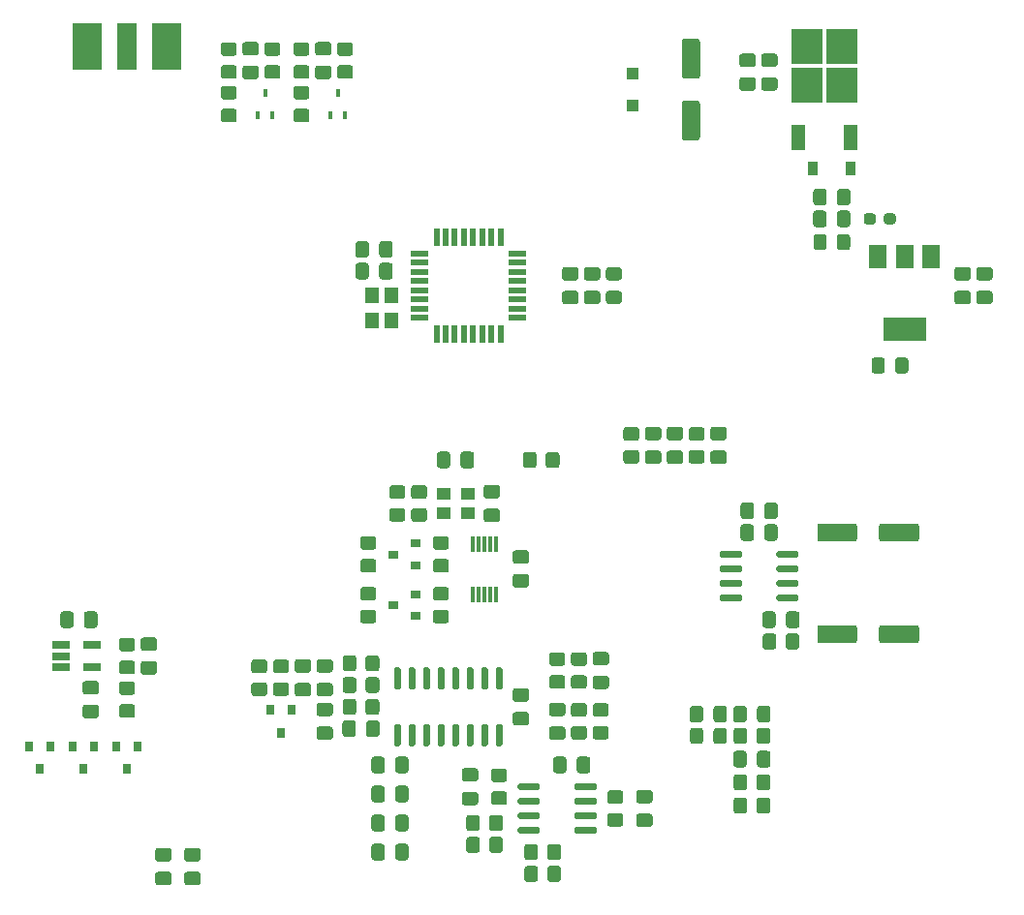
<source format=gbr>
%TF.GenerationSoftware,KiCad,Pcbnew,5.1.10*%
%TF.CreationDate,2021-06-16T16:49:43+02:00*%
%TF.ProjectId,uSDX,75534458-2e6b-4696-9361-645f70636258,rev?*%
%TF.SameCoordinates,Original*%
%TF.FileFunction,Paste,Top*%
%TF.FilePolarity,Positive*%
%FSLAX46Y46*%
G04 Gerber Fmt 4.6, Leading zero omitted, Abs format (unit mm)*
G04 Created by KiCad (PCBNEW 5.1.10) date 2021-06-16 16:49:43*
%MOMM*%
%LPD*%
G01*
G04 APERTURE LIST*
%ADD10R,0.800000X0.900000*%
%ADD11R,1.200000X1.400000*%
%ADD12R,1.100000X1.100000*%
%ADD13R,0.900000X1.200000*%
%ADD14R,0.450000X0.700000*%
%ADD15R,2.665000X4.190000*%
%ADD16R,1.780000X4.190000*%
%ADD17R,0.900000X0.800000*%
%ADD18R,1.200000X2.200000*%
%ADD19R,2.750000X3.050000*%
%ADD20R,3.800000X2.000000*%
%ADD21R,1.500000X2.000000*%
%ADD22R,1.600000X0.550000*%
%ADD23R,0.550000X1.600000*%
%ADD24R,1.560000X0.650000*%
%ADD25R,0.300000X1.400000*%
%ADD26R,1.300000X1.100000*%
G04 APERTURE END LIST*
%TO.C,L5*%
G36*
G01*
X129725000Y42995001D02*
X129725000Y42094999D01*
G75*
G02*
X129475001Y41845000I-249999J0D01*
G01*
X128824999Y41845000D01*
G75*
G02*
X128575000Y42094999I0J249999D01*
G01*
X128575000Y42995001D01*
G75*
G02*
X128824999Y43245000I249999J0D01*
G01*
X129475001Y43245000D01*
G75*
G02*
X129725000Y42995001I0J-249999D01*
G01*
G37*
G36*
G01*
X131775000Y42995001D02*
X131775000Y42094999D01*
G75*
G02*
X131525001Y41845000I-249999J0D01*
G01*
X130874999Y41845000D01*
G75*
G02*
X130625000Y42094999I0J249999D01*
G01*
X130625000Y42995001D01*
G75*
G02*
X130874999Y43245000I249999J0D01*
G01*
X131525001Y43245000D01*
G75*
G02*
X131775000Y42995001I0J-249999D01*
G01*
G37*
%TD*%
%TO.C,C12*%
G36*
G01*
X129725000Y44925000D02*
X129725000Y43975000D01*
G75*
G02*
X129475000Y43725000I-250000J0D01*
G01*
X128800000Y43725000D01*
G75*
G02*
X128550000Y43975000I0J250000D01*
G01*
X128550000Y44925000D01*
G75*
G02*
X128800000Y45175000I250000J0D01*
G01*
X129475000Y45175000D01*
G75*
G02*
X129725000Y44925000I0J-250000D01*
G01*
G37*
G36*
G01*
X131800000Y44925000D02*
X131800000Y43975000D01*
G75*
G02*
X131550000Y43725000I-250000J0D01*
G01*
X130875000Y43725000D01*
G75*
G02*
X130625000Y43975000I0J250000D01*
G01*
X130625000Y44925000D01*
G75*
G02*
X130875000Y45175000I250000J0D01*
G01*
X131550000Y45175000D01*
G75*
G02*
X131800000Y44925000I0J-250000D01*
G01*
G37*
%TD*%
D10*
%TO.C,Q6*%
X71755000Y39640000D03*
X70805000Y41640000D03*
X72705000Y41640000D03*
%TD*%
%TO.C,Q5*%
X79375000Y39640000D03*
X78425000Y41640000D03*
X80325000Y41640000D03*
%TD*%
D11*
%TO.C,Y1*%
X100750000Y78910000D03*
X100750000Y81110000D03*
X102450000Y81110000D03*
X102450000Y78910000D03*
%TD*%
%TO.C,C1*%
G36*
G01*
X129201000Y94610000D02*
X128101000Y94610000D01*
G75*
G02*
X127851000Y94860000I0J250000D01*
G01*
X127851000Y97860000D01*
G75*
G02*
X128101000Y98110000I250000J0D01*
G01*
X129201000Y98110000D01*
G75*
G02*
X129451000Y97860000I0J-250000D01*
G01*
X129451000Y94860000D01*
G75*
G02*
X129201000Y94610000I-250000J0D01*
G01*
G37*
G36*
G01*
X129201000Y100010000D02*
X128101000Y100010000D01*
G75*
G02*
X127851000Y100260000I0J250000D01*
G01*
X127851000Y103260000D01*
G75*
G02*
X128101000Y103510000I250000J0D01*
G01*
X129201000Y103510000D01*
G75*
G02*
X129451000Y103260000I0J-250000D01*
G01*
X129451000Y100260000D01*
G75*
G02*
X129201000Y100010000I-250000J0D01*
G01*
G37*
%TD*%
%TO.C,C2*%
G36*
G01*
X133129000Y102209000D02*
X134079000Y102209000D01*
G75*
G02*
X134329000Y101959000I0J-250000D01*
G01*
X134329000Y101284000D01*
G75*
G02*
X134079000Y101034000I-250000J0D01*
G01*
X133129000Y101034000D01*
G75*
G02*
X132879000Y101284000I0J250000D01*
G01*
X132879000Y101959000D01*
G75*
G02*
X133129000Y102209000I250000J0D01*
G01*
G37*
G36*
G01*
X133129000Y100134000D02*
X134079000Y100134000D01*
G75*
G02*
X134329000Y99884000I0J-250000D01*
G01*
X134329000Y99209000D01*
G75*
G02*
X134079000Y98959000I-250000J0D01*
G01*
X133129000Y98959000D01*
G75*
G02*
X132879000Y99209000I0J250000D01*
G01*
X132879000Y99884000D01*
G75*
G02*
X133129000Y100134000I250000J0D01*
G01*
G37*
%TD*%
%TO.C,C3*%
G36*
G01*
X135034000Y100134000D02*
X135984000Y100134000D01*
G75*
G02*
X136234000Y99884000I0J-250000D01*
G01*
X136234000Y99209000D01*
G75*
G02*
X135984000Y98959000I-250000J0D01*
G01*
X135034000Y98959000D01*
G75*
G02*
X134784000Y99209000I0J250000D01*
G01*
X134784000Y99884000D01*
G75*
G02*
X135034000Y100134000I250000J0D01*
G01*
G37*
G36*
G01*
X135034000Y102209000D02*
X135984000Y102209000D01*
G75*
G02*
X136234000Y101959000I0J-250000D01*
G01*
X136234000Y101284000D01*
G75*
G02*
X135984000Y101034000I-250000J0D01*
G01*
X135034000Y101034000D01*
G75*
G02*
X134784000Y101284000I0J250000D01*
G01*
X134784000Y101959000D01*
G75*
G02*
X135034000Y102209000I250000J0D01*
G01*
G37*
%TD*%
%TO.C,C4*%
G36*
G01*
X141420000Y87282000D02*
X141420000Y88232000D01*
G75*
G02*
X141670000Y88482000I250000J0D01*
G01*
X142345000Y88482000D01*
G75*
G02*
X142595000Y88232000I0J-250000D01*
G01*
X142595000Y87282000D01*
G75*
G02*
X142345000Y87032000I-250000J0D01*
G01*
X141670000Y87032000D01*
G75*
G02*
X141420000Y87282000I0J250000D01*
G01*
G37*
G36*
G01*
X139345000Y87282000D02*
X139345000Y88232000D01*
G75*
G02*
X139595000Y88482000I250000J0D01*
G01*
X140270000Y88482000D01*
G75*
G02*
X140520000Y88232000I0J-250000D01*
G01*
X140520000Y87282000D01*
G75*
G02*
X140270000Y87032000I-250000J0D01*
G01*
X139595000Y87032000D01*
G75*
G02*
X139345000Y87282000I0J250000D01*
G01*
G37*
%TD*%
%TO.C,C5*%
G36*
G01*
X139345000Y89187000D02*
X139345000Y90137000D01*
G75*
G02*
X139595000Y90387000I250000J0D01*
G01*
X140270000Y90387000D01*
G75*
G02*
X140520000Y90137000I0J-250000D01*
G01*
X140520000Y89187000D01*
G75*
G02*
X140270000Y88937000I-250000J0D01*
G01*
X139595000Y88937000D01*
G75*
G02*
X139345000Y89187000I0J250000D01*
G01*
G37*
G36*
G01*
X141420000Y89187000D02*
X141420000Y90137000D01*
G75*
G02*
X141670000Y90387000I250000J0D01*
G01*
X142345000Y90387000D01*
G75*
G02*
X142595000Y90137000I0J-250000D01*
G01*
X142595000Y89187000D01*
G75*
G02*
X142345000Y88937000I-250000J0D01*
G01*
X141670000Y88937000D01*
G75*
G02*
X141420000Y89187000I0J250000D01*
G01*
G37*
%TD*%
%TO.C,C6*%
G36*
G01*
X153830000Y83540000D02*
X154780000Y83540000D01*
G75*
G02*
X155030000Y83290000I0J-250000D01*
G01*
X155030000Y82615000D01*
G75*
G02*
X154780000Y82365000I-250000J0D01*
G01*
X153830000Y82365000D01*
G75*
G02*
X153580000Y82615000I0J250000D01*
G01*
X153580000Y83290000D01*
G75*
G02*
X153830000Y83540000I250000J0D01*
G01*
G37*
G36*
G01*
X153830000Y81465000D02*
X154780000Y81465000D01*
G75*
G02*
X155030000Y81215000I0J-250000D01*
G01*
X155030000Y80540000D01*
G75*
G02*
X154780000Y80290000I-250000J0D01*
G01*
X153830000Y80290000D01*
G75*
G02*
X153580000Y80540000I0J250000D01*
G01*
X153580000Y81215000D01*
G75*
G02*
X153830000Y81465000I250000J0D01*
G01*
G37*
%TD*%
%TO.C,C7*%
G36*
G01*
X151925000Y83540000D02*
X152875000Y83540000D01*
G75*
G02*
X153125000Y83290000I0J-250000D01*
G01*
X153125000Y82615000D01*
G75*
G02*
X152875000Y82365000I-250000J0D01*
G01*
X151925000Y82365000D01*
G75*
G02*
X151675000Y82615000I0J250000D01*
G01*
X151675000Y83290000D01*
G75*
G02*
X151925000Y83540000I250000J0D01*
G01*
G37*
G36*
G01*
X151925000Y81465000D02*
X152875000Y81465000D01*
G75*
G02*
X153125000Y81215000I0J-250000D01*
G01*
X153125000Y80540000D01*
G75*
G02*
X152875000Y80290000I-250000J0D01*
G01*
X151925000Y80290000D01*
G75*
G02*
X151675000Y80540000I0J250000D01*
G01*
X151675000Y81215000D01*
G75*
G02*
X151925000Y81465000I250000J0D01*
G01*
G37*
%TD*%
%TO.C,C8*%
G36*
G01*
X99340000Y84615000D02*
X99340000Y85565000D01*
G75*
G02*
X99590000Y85815000I250000J0D01*
G01*
X100265000Y85815000D01*
G75*
G02*
X100515000Y85565000I0J-250000D01*
G01*
X100515000Y84615000D01*
G75*
G02*
X100265000Y84365000I-250000J0D01*
G01*
X99590000Y84365000D01*
G75*
G02*
X99340000Y84615000I0J250000D01*
G01*
G37*
G36*
G01*
X101415000Y84615000D02*
X101415000Y85565000D01*
G75*
G02*
X101665000Y85815000I250000J0D01*
G01*
X102340000Y85815000D01*
G75*
G02*
X102590000Y85565000I0J-250000D01*
G01*
X102590000Y84615000D01*
G75*
G02*
X102340000Y84365000I-250000J0D01*
G01*
X101665000Y84365000D01*
G75*
G02*
X101415000Y84615000I0J250000D01*
G01*
G37*
%TD*%
%TO.C,C9*%
G36*
G01*
X117635000Y83540000D02*
X118585000Y83540000D01*
G75*
G02*
X118835000Y83290000I0J-250000D01*
G01*
X118835000Y82615000D01*
G75*
G02*
X118585000Y82365000I-250000J0D01*
G01*
X117635000Y82365000D01*
G75*
G02*
X117385000Y82615000I0J250000D01*
G01*
X117385000Y83290000D01*
G75*
G02*
X117635000Y83540000I250000J0D01*
G01*
G37*
G36*
G01*
X117635000Y81465000D02*
X118585000Y81465000D01*
G75*
G02*
X118835000Y81215000I0J-250000D01*
G01*
X118835000Y80540000D01*
G75*
G02*
X118585000Y80290000I-250000J0D01*
G01*
X117635000Y80290000D01*
G75*
G02*
X117385000Y80540000I0J250000D01*
G01*
X117385000Y81215000D01*
G75*
G02*
X117635000Y81465000I250000J0D01*
G01*
G37*
%TD*%
%TO.C,C10*%
G36*
G01*
X101415000Y82710000D02*
X101415000Y83660000D01*
G75*
G02*
X101665000Y83910000I250000J0D01*
G01*
X102340000Y83910000D01*
G75*
G02*
X102590000Y83660000I0J-250000D01*
G01*
X102590000Y82710000D01*
G75*
G02*
X102340000Y82460000I-250000J0D01*
G01*
X101665000Y82460000D01*
G75*
G02*
X101415000Y82710000I0J250000D01*
G01*
G37*
G36*
G01*
X99340000Y82710000D02*
X99340000Y83660000D01*
G75*
G02*
X99590000Y83910000I250000J0D01*
G01*
X100265000Y83910000D01*
G75*
G02*
X100515000Y83660000I0J-250000D01*
G01*
X100515000Y82710000D01*
G75*
G02*
X100265000Y82460000I-250000J0D01*
G01*
X99590000Y82460000D01*
G75*
G02*
X99340000Y82710000I0J250000D01*
G01*
G37*
%TD*%
%TO.C,C11*%
G36*
G01*
X119540000Y81465000D02*
X120490000Y81465000D01*
G75*
G02*
X120740000Y81215000I0J-250000D01*
G01*
X120740000Y80540000D01*
G75*
G02*
X120490000Y80290000I-250000J0D01*
G01*
X119540000Y80290000D01*
G75*
G02*
X119290000Y80540000I0J250000D01*
G01*
X119290000Y81215000D01*
G75*
G02*
X119540000Y81465000I250000J0D01*
G01*
G37*
G36*
G01*
X119540000Y83540000D02*
X120490000Y83540000D01*
G75*
G02*
X120740000Y83290000I0J-250000D01*
G01*
X120740000Y82615000D01*
G75*
G02*
X120490000Y82365000I-250000J0D01*
G01*
X119540000Y82365000D01*
G75*
G02*
X119290000Y82615000I0J250000D01*
G01*
X119290000Y83290000D01*
G75*
G02*
X119540000Y83540000I250000J0D01*
G01*
G37*
%TD*%
%TO.C,C15*%
G36*
G01*
X119862000Y40480000D02*
X119862000Y39530000D01*
G75*
G02*
X119612000Y39280000I-250000J0D01*
G01*
X118937000Y39280000D01*
G75*
G02*
X118687000Y39530000I0J250000D01*
G01*
X118687000Y40480000D01*
G75*
G02*
X118937000Y40730000I250000J0D01*
G01*
X119612000Y40730000D01*
G75*
G02*
X119862000Y40480000I0J-250000D01*
G01*
G37*
G36*
G01*
X117787000Y40480000D02*
X117787000Y39530000D01*
G75*
G02*
X117537000Y39280000I-250000J0D01*
G01*
X116862000Y39280000D01*
G75*
G02*
X116612000Y39530000I0J250000D01*
G01*
X116612000Y40480000D01*
G75*
G02*
X116862000Y40730000I250000J0D01*
G01*
X117537000Y40730000D01*
G75*
G02*
X117787000Y40480000I0J-250000D01*
G01*
G37*
%TD*%
%TO.C,C16*%
G36*
G01*
X96172000Y45440000D02*
X97122000Y45440000D01*
G75*
G02*
X97372000Y45190000I0J-250000D01*
G01*
X97372000Y44515000D01*
G75*
G02*
X97122000Y44265000I-250000J0D01*
G01*
X96172000Y44265000D01*
G75*
G02*
X95922000Y44515000I0J250000D01*
G01*
X95922000Y45190000D01*
G75*
G02*
X96172000Y45440000I250000J0D01*
G01*
G37*
G36*
G01*
X96172000Y43365000D02*
X97122000Y43365000D01*
G75*
G02*
X97372000Y43115000I0J-250000D01*
G01*
X97372000Y42440000D01*
G75*
G02*
X97122000Y42190000I-250000J0D01*
G01*
X96172000Y42190000D01*
G75*
G02*
X95922000Y42440000I0J250000D01*
G01*
X95922000Y43115000D01*
G75*
G02*
X96172000Y43365000I250000J0D01*
G01*
G37*
%TD*%
%TO.C,C17*%
G36*
G01*
X95217000Y48075000D02*
X94267000Y48075000D01*
G75*
G02*
X94017000Y48325000I0J250000D01*
G01*
X94017000Y49000000D01*
G75*
G02*
X94267000Y49250000I250000J0D01*
G01*
X95217000Y49250000D01*
G75*
G02*
X95467000Y49000000I0J-250000D01*
G01*
X95467000Y48325000D01*
G75*
G02*
X95217000Y48075000I-250000J0D01*
G01*
G37*
G36*
G01*
X95217000Y46000000D02*
X94267000Y46000000D01*
G75*
G02*
X94017000Y46250000I0J250000D01*
G01*
X94017000Y46925000D01*
G75*
G02*
X94267000Y47175000I250000J0D01*
G01*
X95217000Y47175000D01*
G75*
G02*
X95467000Y46925000I0J-250000D01*
G01*
X95467000Y46250000D01*
G75*
G02*
X95217000Y46000000I-250000J0D01*
G01*
G37*
%TD*%
%TO.C,C18*%
G36*
G01*
X76787500Y53180000D02*
X76787500Y52230000D01*
G75*
G02*
X76537500Y51980000I-250000J0D01*
G01*
X75862500Y51980000D01*
G75*
G02*
X75612500Y52230000I0J250000D01*
G01*
X75612500Y53180000D01*
G75*
G02*
X75862500Y53430000I250000J0D01*
G01*
X76537500Y53430000D01*
G75*
G02*
X76787500Y53180000I0J-250000D01*
G01*
G37*
G36*
G01*
X74712500Y53180000D02*
X74712500Y52230000D01*
G75*
G02*
X74462500Y51980000I-250000J0D01*
G01*
X73787500Y51980000D01*
G75*
G02*
X73537500Y52230000I0J250000D01*
G01*
X73537500Y53180000D01*
G75*
G02*
X73787500Y53430000I250000J0D01*
G01*
X74462500Y53430000D01*
G75*
G02*
X74712500Y53180000I0J-250000D01*
G01*
G37*
%TD*%
%TO.C,C19*%
G36*
G01*
X99372000Y43655000D02*
X99372000Y42705000D01*
G75*
G02*
X99122000Y42455000I-250000J0D01*
G01*
X98447000Y42455000D01*
G75*
G02*
X98197000Y42705000I0J250000D01*
G01*
X98197000Y43655000D01*
G75*
G02*
X98447000Y43905000I250000J0D01*
G01*
X99122000Y43905000D01*
G75*
G02*
X99372000Y43655000I0J-250000D01*
G01*
G37*
G36*
G01*
X101447000Y43655000D02*
X101447000Y42705000D01*
G75*
G02*
X101197000Y42455000I-250000J0D01*
G01*
X100522000Y42455000D01*
G75*
G02*
X100272000Y42705000I0J250000D01*
G01*
X100272000Y43655000D01*
G75*
G02*
X100522000Y43905000I250000J0D01*
G01*
X101197000Y43905000D01*
G75*
G02*
X101447000Y43655000I0J-250000D01*
G01*
G37*
%TD*%
%TO.C,C20*%
G36*
G01*
X76675000Y44095000D02*
X75725000Y44095000D01*
G75*
G02*
X75475000Y44345000I0J250000D01*
G01*
X75475000Y45020000D01*
G75*
G02*
X75725000Y45270000I250000J0D01*
G01*
X76675000Y45270000D01*
G75*
G02*
X76925000Y45020000I0J-250000D01*
G01*
X76925000Y44345000D01*
G75*
G02*
X76675000Y44095000I-250000J0D01*
G01*
G37*
G36*
G01*
X76675000Y46170000D02*
X75725000Y46170000D01*
G75*
G02*
X75475000Y46420000I0J250000D01*
G01*
X75475000Y47095000D01*
G75*
G02*
X75725000Y47345000I250000J0D01*
G01*
X76675000Y47345000D01*
G75*
G02*
X76925000Y47095000I0J-250000D01*
G01*
X76925000Y46420000D01*
G75*
G02*
X76675000Y46170000I-250000J0D01*
G01*
G37*
%TD*%
%TO.C,C21*%
G36*
G01*
X97122000Y46000000D02*
X96172000Y46000000D01*
G75*
G02*
X95922000Y46250000I0J250000D01*
G01*
X95922000Y46925000D01*
G75*
G02*
X96172000Y47175000I250000J0D01*
G01*
X97122000Y47175000D01*
G75*
G02*
X97372000Y46925000I0J-250000D01*
G01*
X97372000Y46250000D01*
G75*
G02*
X97122000Y46000000I-250000J0D01*
G01*
G37*
G36*
G01*
X97122000Y48075000D02*
X96172000Y48075000D01*
G75*
G02*
X95922000Y48325000I0J250000D01*
G01*
X95922000Y49000000D01*
G75*
G02*
X96172000Y49250000I250000J0D01*
G01*
X97122000Y49250000D01*
G75*
G02*
X97372000Y49000000I0J-250000D01*
G01*
X97372000Y48325000D01*
G75*
G02*
X97122000Y48075000I-250000J0D01*
G01*
G37*
%TD*%
%TO.C,C22*%
G36*
G01*
X85565000Y31565000D02*
X84615000Y31565000D01*
G75*
G02*
X84365000Y31815000I0J250000D01*
G01*
X84365000Y32490000D01*
G75*
G02*
X84615000Y32740000I250000J0D01*
G01*
X85565000Y32740000D01*
G75*
G02*
X85815000Y32490000I0J-250000D01*
G01*
X85815000Y31815000D01*
G75*
G02*
X85565000Y31565000I-250000J0D01*
G01*
G37*
G36*
G01*
X85565000Y29490000D02*
X84615000Y29490000D01*
G75*
G02*
X84365000Y29740000I0J250000D01*
G01*
X84365000Y30415000D01*
G75*
G02*
X84615000Y30665000I250000J0D01*
G01*
X85565000Y30665000D01*
G75*
G02*
X85815000Y30415000I0J-250000D01*
G01*
X85815000Y29740000D01*
G75*
G02*
X85565000Y29490000I-250000J0D01*
G01*
G37*
%TD*%
%TO.C,C23*%
G36*
G01*
X81755000Y49980000D02*
X80805000Y49980000D01*
G75*
G02*
X80555000Y50230000I0J250000D01*
G01*
X80555000Y50905000D01*
G75*
G02*
X80805000Y51155000I250000J0D01*
G01*
X81755000Y51155000D01*
G75*
G02*
X82005000Y50905000I0J-250000D01*
G01*
X82005000Y50230000D01*
G75*
G02*
X81755000Y49980000I-250000J0D01*
G01*
G37*
G36*
G01*
X81755000Y47905000D02*
X80805000Y47905000D01*
G75*
G02*
X80555000Y48155000I0J250000D01*
G01*
X80555000Y48830000D01*
G75*
G02*
X80805000Y49080000I250000J0D01*
G01*
X81755000Y49080000D01*
G75*
G02*
X82005000Y48830000I0J-250000D01*
G01*
X82005000Y48155000D01*
G75*
G02*
X81755000Y47905000I-250000J0D01*
G01*
G37*
%TD*%
%TO.C,C24*%
G36*
G01*
X83025000Y29490000D02*
X82075000Y29490000D01*
G75*
G02*
X81825000Y29740000I0J250000D01*
G01*
X81825000Y30415000D01*
G75*
G02*
X82075000Y30665000I250000J0D01*
G01*
X83025000Y30665000D01*
G75*
G02*
X83275000Y30415000I0J-250000D01*
G01*
X83275000Y29740000D01*
G75*
G02*
X83025000Y29490000I-250000J0D01*
G01*
G37*
G36*
G01*
X83025000Y31565000D02*
X82075000Y31565000D01*
G75*
G02*
X81825000Y31815000I0J250000D01*
G01*
X81825000Y32490000D01*
G75*
G02*
X82075000Y32740000I250000J0D01*
G01*
X83025000Y32740000D01*
G75*
G02*
X83275000Y32490000I0J-250000D01*
G01*
X83275000Y31815000D01*
G75*
G02*
X83025000Y31565000I-250000J0D01*
G01*
G37*
%TD*%
%TO.C,C25*%
G36*
G01*
X113317000Y44635000D02*
X114267000Y44635000D01*
G75*
G02*
X114517000Y44385000I0J-250000D01*
G01*
X114517000Y43710000D01*
G75*
G02*
X114267000Y43460000I-250000J0D01*
G01*
X113317000Y43460000D01*
G75*
G02*
X113067000Y43710000I0J250000D01*
G01*
X113067000Y44385000D01*
G75*
G02*
X113317000Y44635000I250000J0D01*
G01*
G37*
G36*
G01*
X113317000Y46710000D02*
X114267000Y46710000D01*
G75*
G02*
X114517000Y46460000I0J-250000D01*
G01*
X114517000Y45785000D01*
G75*
G02*
X114267000Y45535000I-250000J0D01*
G01*
X113317000Y45535000D01*
G75*
G02*
X113067000Y45785000I0J250000D01*
G01*
X113067000Y46460000D01*
G75*
G02*
X113317000Y46710000I250000J0D01*
G01*
G37*
%TD*%
%TO.C,C26*%
G36*
G01*
X103987000Y32860000D02*
X103987000Y31910000D01*
G75*
G02*
X103737000Y31660000I-250000J0D01*
G01*
X103062000Y31660000D01*
G75*
G02*
X102812000Y31910000I0J250000D01*
G01*
X102812000Y32860000D01*
G75*
G02*
X103062000Y33110000I250000J0D01*
G01*
X103737000Y33110000D01*
G75*
G02*
X103987000Y32860000I0J-250000D01*
G01*
G37*
G36*
G01*
X101912000Y32860000D02*
X101912000Y31910000D01*
G75*
G02*
X101662000Y31660000I-250000J0D01*
G01*
X100987000Y31660000D01*
G75*
G02*
X100737000Y31910000I0J250000D01*
G01*
X100737000Y32860000D01*
G75*
G02*
X100987000Y33110000I250000J0D01*
G01*
X101662000Y33110000D01*
G75*
G02*
X101912000Y32860000I0J-250000D01*
G01*
G37*
%TD*%
%TO.C,C27*%
G36*
G01*
X101912000Y35400000D02*
X101912000Y34450000D01*
G75*
G02*
X101662000Y34200000I-250000J0D01*
G01*
X100987000Y34200000D01*
G75*
G02*
X100737000Y34450000I0J250000D01*
G01*
X100737000Y35400000D01*
G75*
G02*
X100987000Y35650000I250000J0D01*
G01*
X101662000Y35650000D01*
G75*
G02*
X101912000Y35400000I0J-250000D01*
G01*
G37*
G36*
G01*
X103987000Y35400000D02*
X103987000Y34450000D01*
G75*
G02*
X103737000Y34200000I-250000J0D01*
G01*
X103062000Y34200000D01*
G75*
G02*
X102812000Y34450000I0J250000D01*
G01*
X102812000Y35400000D01*
G75*
G02*
X103062000Y35650000I250000J0D01*
G01*
X103737000Y35650000D01*
G75*
G02*
X103987000Y35400000I0J-250000D01*
G01*
G37*
%TD*%
%TO.C,C28*%
G36*
G01*
X103987000Y37940000D02*
X103987000Y36990000D01*
G75*
G02*
X103737000Y36740000I-250000J0D01*
G01*
X103062000Y36740000D01*
G75*
G02*
X102812000Y36990000I0J250000D01*
G01*
X102812000Y37940000D01*
G75*
G02*
X103062000Y38190000I250000J0D01*
G01*
X103737000Y38190000D01*
G75*
G02*
X103987000Y37940000I0J-250000D01*
G01*
G37*
G36*
G01*
X101912000Y37940000D02*
X101912000Y36990000D01*
G75*
G02*
X101662000Y36740000I-250000J0D01*
G01*
X100987000Y36740000D01*
G75*
G02*
X100737000Y36990000I0J250000D01*
G01*
X100737000Y37940000D01*
G75*
G02*
X100987000Y38190000I250000J0D01*
G01*
X101662000Y38190000D01*
G75*
G02*
X101912000Y37940000I0J-250000D01*
G01*
G37*
%TD*%
%TO.C,C29*%
G36*
G01*
X101912000Y40480000D02*
X101912000Y39530000D01*
G75*
G02*
X101662000Y39280000I-250000J0D01*
G01*
X100987000Y39280000D01*
G75*
G02*
X100737000Y39530000I0J250000D01*
G01*
X100737000Y40480000D01*
G75*
G02*
X100987000Y40730000I250000J0D01*
G01*
X101662000Y40730000D01*
G75*
G02*
X101912000Y40480000I0J-250000D01*
G01*
G37*
G36*
G01*
X103987000Y40480000D02*
X103987000Y39530000D01*
G75*
G02*
X103737000Y39280000I-250000J0D01*
G01*
X103062000Y39280000D01*
G75*
G02*
X102812000Y39530000I0J250000D01*
G01*
X102812000Y40480000D01*
G75*
G02*
X103062000Y40730000I250000J0D01*
G01*
X103737000Y40730000D01*
G75*
G02*
X103987000Y40480000I0J-250000D01*
G01*
G37*
%TD*%
%TO.C,C30*%
G36*
G01*
X124112000Y37820000D02*
X125062000Y37820000D01*
G75*
G02*
X125312000Y37570000I0J-250000D01*
G01*
X125312000Y36895000D01*
G75*
G02*
X125062000Y36645000I-250000J0D01*
G01*
X124112000Y36645000D01*
G75*
G02*
X123862000Y36895000I0J250000D01*
G01*
X123862000Y37570000D01*
G75*
G02*
X124112000Y37820000I250000J0D01*
G01*
G37*
G36*
G01*
X124112000Y35745000D02*
X125062000Y35745000D01*
G75*
G02*
X125312000Y35495000I0J-250000D01*
G01*
X125312000Y34820000D01*
G75*
G02*
X125062000Y34570000I-250000J0D01*
G01*
X124112000Y34570000D01*
G75*
G02*
X123862000Y34820000I0J250000D01*
G01*
X123862000Y35495000D01*
G75*
G02*
X124112000Y35745000I250000J0D01*
G01*
G37*
%TD*%
%TO.C,C31*%
G36*
G01*
X108872000Y37650000D02*
X109822000Y37650000D01*
G75*
G02*
X110072000Y37400000I0J-250000D01*
G01*
X110072000Y36725000D01*
G75*
G02*
X109822000Y36475000I-250000J0D01*
G01*
X108872000Y36475000D01*
G75*
G02*
X108622000Y36725000I0J250000D01*
G01*
X108622000Y37400000D01*
G75*
G02*
X108872000Y37650000I250000J0D01*
G01*
G37*
G36*
G01*
X108872000Y39725000D02*
X109822000Y39725000D01*
G75*
G02*
X110072000Y39475000I0J-250000D01*
G01*
X110072000Y38800000D01*
G75*
G02*
X109822000Y38550000I-250000J0D01*
G01*
X108872000Y38550000D01*
G75*
G02*
X108622000Y38800000I0J250000D01*
G01*
X108622000Y39475000D01*
G75*
G02*
X108872000Y39725000I250000J0D01*
G01*
G37*
%TD*%
%TO.C,C32*%
G36*
G01*
X120302000Y47810000D02*
X121252000Y47810000D01*
G75*
G02*
X121502000Y47560000I0J-250000D01*
G01*
X121502000Y46885000D01*
G75*
G02*
X121252000Y46635000I-250000J0D01*
G01*
X120302000Y46635000D01*
G75*
G02*
X120052000Y46885000I0J250000D01*
G01*
X120052000Y47560000D01*
G75*
G02*
X120302000Y47810000I250000J0D01*
G01*
G37*
G36*
G01*
X120302000Y49885000D02*
X121252000Y49885000D01*
G75*
G02*
X121502000Y49635000I0J-250000D01*
G01*
X121502000Y48960000D01*
G75*
G02*
X121252000Y48710000I-250000J0D01*
G01*
X120302000Y48710000D01*
G75*
G02*
X120052000Y48960000I0J250000D01*
G01*
X120052000Y49635000D01*
G75*
G02*
X120302000Y49885000I250000J0D01*
G01*
G37*
%TD*%
%TO.C,C33*%
G36*
G01*
X117442000Y42190000D02*
X116492000Y42190000D01*
G75*
G02*
X116242000Y42440000I0J250000D01*
G01*
X116242000Y43115000D01*
G75*
G02*
X116492000Y43365000I250000J0D01*
G01*
X117442000Y43365000D01*
G75*
G02*
X117692000Y43115000I0J-250000D01*
G01*
X117692000Y42440000D01*
G75*
G02*
X117442000Y42190000I-250000J0D01*
G01*
G37*
G36*
G01*
X117442000Y44265000D02*
X116492000Y44265000D01*
G75*
G02*
X116242000Y44515000I0J250000D01*
G01*
X116242000Y45190000D01*
G75*
G02*
X116492000Y45440000I250000J0D01*
G01*
X117442000Y45440000D01*
G75*
G02*
X117692000Y45190000I0J-250000D01*
G01*
X117692000Y44515000D01*
G75*
G02*
X117442000Y44265000I-250000J0D01*
G01*
G37*
%TD*%
%TO.C,C34*%
G36*
G01*
X139695000Y59775000D02*
X139695000Y60875000D01*
G75*
G02*
X139945000Y61125000I250000J0D01*
G01*
X142945000Y61125000D01*
G75*
G02*
X143195000Y60875000I0J-250000D01*
G01*
X143195000Y59775000D01*
G75*
G02*
X142945000Y59525000I-250000J0D01*
G01*
X139945000Y59525000D01*
G75*
G02*
X139695000Y59775000I0J250000D01*
G01*
G37*
G36*
G01*
X145095000Y59775000D02*
X145095000Y60875000D01*
G75*
G02*
X145345000Y61125000I250000J0D01*
G01*
X148345000Y61125000D01*
G75*
G02*
X148595000Y60875000I0J-250000D01*
G01*
X148595000Y59775000D01*
G75*
G02*
X148345000Y59525000I-250000J0D01*
G01*
X145345000Y59525000D01*
G75*
G02*
X145095000Y59775000I0J250000D01*
G01*
G37*
%TD*%
%TO.C,C35*%
G36*
G01*
X134900000Y52230000D02*
X134900000Y53180000D01*
G75*
G02*
X135150000Y53430000I250000J0D01*
G01*
X135825000Y53430000D01*
G75*
G02*
X136075000Y53180000I0J-250000D01*
G01*
X136075000Y52230000D01*
G75*
G02*
X135825000Y51980000I-250000J0D01*
G01*
X135150000Y51980000D01*
G75*
G02*
X134900000Y52230000I0J250000D01*
G01*
G37*
G36*
G01*
X136975000Y52230000D02*
X136975000Y53180000D01*
G75*
G02*
X137225000Y53430000I250000J0D01*
G01*
X137900000Y53430000D01*
G75*
G02*
X138150000Y53180000I0J-250000D01*
G01*
X138150000Y52230000D01*
G75*
G02*
X137900000Y51980000I-250000J0D01*
G01*
X137225000Y51980000D01*
G75*
G02*
X136975000Y52230000I0J250000D01*
G01*
G37*
%TD*%
%TO.C,C36*%
G36*
G01*
X134435000Y43975000D02*
X134435000Y44925000D01*
G75*
G02*
X134685000Y45175000I250000J0D01*
G01*
X135360000Y45175000D01*
G75*
G02*
X135610000Y44925000I0J-250000D01*
G01*
X135610000Y43975000D01*
G75*
G02*
X135360000Y43725000I-250000J0D01*
G01*
X134685000Y43725000D01*
G75*
G02*
X134435000Y43975000I0J250000D01*
G01*
G37*
G36*
G01*
X132360000Y43975000D02*
X132360000Y44925000D01*
G75*
G02*
X132610000Y45175000I250000J0D01*
G01*
X133285000Y45175000D01*
G75*
G02*
X133535000Y44925000I0J-250000D01*
G01*
X133535000Y43975000D01*
G75*
G02*
X133285000Y43725000I-250000J0D01*
G01*
X132610000Y43725000D01*
G75*
G02*
X132360000Y43975000I0J250000D01*
G01*
G37*
%TD*%
%TO.C,C37*%
G36*
G01*
X135610000Y40988000D02*
X135610000Y40038000D01*
G75*
G02*
X135360000Y39788000I-250000J0D01*
G01*
X134685000Y39788000D01*
G75*
G02*
X134435000Y40038000I0J250000D01*
G01*
X134435000Y40988000D01*
G75*
G02*
X134685000Y41238000I250000J0D01*
G01*
X135360000Y41238000D01*
G75*
G02*
X135610000Y40988000I0J-250000D01*
G01*
G37*
G36*
G01*
X133535000Y40988000D02*
X133535000Y40038000D01*
G75*
G02*
X133285000Y39788000I-250000J0D01*
G01*
X132610000Y39788000D01*
G75*
G02*
X132360000Y40038000I0J250000D01*
G01*
X132360000Y40988000D01*
G75*
G02*
X132610000Y41238000I250000J0D01*
G01*
X133285000Y41238000D01*
G75*
G02*
X133535000Y40988000I0J-250000D01*
G01*
G37*
%TD*%
%TO.C,C38*%
G36*
G01*
X136245000Y62705000D02*
X136245000Y61755000D01*
G75*
G02*
X135995000Y61505000I-250000J0D01*
G01*
X135320000Y61505000D01*
G75*
G02*
X135070000Y61755000I0J250000D01*
G01*
X135070000Y62705000D01*
G75*
G02*
X135320000Y62955000I250000J0D01*
G01*
X135995000Y62955000D01*
G75*
G02*
X136245000Y62705000I0J-250000D01*
G01*
G37*
G36*
G01*
X134170000Y62705000D02*
X134170000Y61755000D01*
G75*
G02*
X133920000Y61505000I-250000J0D01*
G01*
X133245000Y61505000D01*
G75*
G02*
X132995000Y61755000I0J250000D01*
G01*
X132995000Y62705000D01*
G75*
G02*
X133245000Y62955000I250000J0D01*
G01*
X133920000Y62955000D01*
G75*
G02*
X134170000Y62705000I0J-250000D01*
G01*
G37*
%TD*%
%TO.C,C39*%
G36*
G01*
X134170000Y60800000D02*
X134170000Y59850000D01*
G75*
G02*
X133920000Y59600000I-250000J0D01*
G01*
X133245000Y59600000D01*
G75*
G02*
X132995000Y59850000I0J250000D01*
G01*
X132995000Y60800000D01*
G75*
G02*
X133245000Y61050000I250000J0D01*
G01*
X133920000Y61050000D01*
G75*
G02*
X134170000Y60800000I0J-250000D01*
G01*
G37*
G36*
G01*
X136245000Y60800000D02*
X136245000Y59850000D01*
G75*
G02*
X135995000Y59600000I-250000J0D01*
G01*
X135320000Y59600000D01*
G75*
G02*
X135070000Y59850000I0J250000D01*
G01*
X135070000Y60800000D01*
G75*
G02*
X135320000Y61050000I250000J0D01*
G01*
X135995000Y61050000D01*
G75*
G02*
X136245000Y60800000I0J-250000D01*
G01*
G37*
%TD*%
%TO.C,C40*%
G36*
G01*
X124874000Y67495000D02*
X125824000Y67495000D01*
G75*
G02*
X126074000Y67245000I0J-250000D01*
G01*
X126074000Y66570000D01*
G75*
G02*
X125824000Y66320000I-250000J0D01*
G01*
X124874000Y66320000D01*
G75*
G02*
X124624000Y66570000I0J250000D01*
G01*
X124624000Y67245000D01*
G75*
G02*
X124874000Y67495000I250000J0D01*
G01*
G37*
G36*
G01*
X124874000Y69570000D02*
X125824000Y69570000D01*
G75*
G02*
X126074000Y69320000I0J-250000D01*
G01*
X126074000Y68645000D01*
G75*
G02*
X125824000Y68395000I-250000J0D01*
G01*
X124874000Y68395000D01*
G75*
G02*
X124624000Y68645000I0J250000D01*
G01*
X124624000Y69320000D01*
G75*
G02*
X124874000Y69570000I250000J0D01*
G01*
G37*
%TD*%
%TO.C,C41*%
G36*
G01*
X126779000Y67495000D02*
X127729000Y67495000D01*
G75*
G02*
X127979000Y67245000I0J-250000D01*
G01*
X127979000Y66570000D01*
G75*
G02*
X127729000Y66320000I-250000J0D01*
G01*
X126779000Y66320000D01*
G75*
G02*
X126529000Y66570000I0J250000D01*
G01*
X126529000Y67245000D01*
G75*
G02*
X126779000Y67495000I250000J0D01*
G01*
G37*
G36*
G01*
X126779000Y69570000D02*
X127729000Y69570000D01*
G75*
G02*
X127979000Y69320000I0J-250000D01*
G01*
X127979000Y68645000D01*
G75*
G02*
X127729000Y68395000I-250000J0D01*
G01*
X126779000Y68395000D01*
G75*
G02*
X126529000Y68645000I0J250000D01*
G01*
X126529000Y69320000D01*
G75*
G02*
X126779000Y69570000I250000J0D01*
G01*
G37*
%TD*%
%TO.C,C42*%
G36*
G01*
X130589000Y67495000D02*
X131539000Y67495000D01*
G75*
G02*
X131789000Y67245000I0J-250000D01*
G01*
X131789000Y66570000D01*
G75*
G02*
X131539000Y66320000I-250000J0D01*
G01*
X130589000Y66320000D01*
G75*
G02*
X130339000Y66570000I0J250000D01*
G01*
X130339000Y67245000D01*
G75*
G02*
X130589000Y67495000I250000J0D01*
G01*
G37*
G36*
G01*
X130589000Y69570000D02*
X131539000Y69570000D01*
G75*
G02*
X131789000Y69320000I0J-250000D01*
G01*
X131789000Y68645000D01*
G75*
G02*
X131539000Y68395000I-250000J0D01*
G01*
X130589000Y68395000D01*
G75*
G02*
X130339000Y68645000I0J250000D01*
G01*
X130339000Y69320000D01*
G75*
G02*
X130589000Y69570000I250000J0D01*
G01*
G37*
%TD*%
%TO.C,C43*%
G36*
G01*
X107627000Y67150000D02*
X107627000Y66200000D01*
G75*
G02*
X107377000Y65950000I-250000J0D01*
G01*
X106702000Y65950000D01*
G75*
G02*
X106452000Y66200000I0J250000D01*
G01*
X106452000Y67150000D01*
G75*
G02*
X106702000Y67400000I250000J0D01*
G01*
X107377000Y67400000D01*
G75*
G02*
X107627000Y67150000I0J-250000D01*
G01*
G37*
G36*
G01*
X109702000Y67150000D02*
X109702000Y66200000D01*
G75*
G02*
X109452000Y65950000I-250000J0D01*
G01*
X108777000Y65950000D01*
G75*
G02*
X108527000Y66200000I0J250000D01*
G01*
X108527000Y67150000D01*
G75*
G02*
X108777000Y67400000I250000J0D01*
G01*
X109452000Y67400000D01*
G75*
G02*
X109702000Y67150000I0J-250000D01*
G01*
G37*
%TD*%
%TO.C,C44*%
G36*
G01*
X110777000Y64490000D02*
X111727000Y64490000D01*
G75*
G02*
X111977000Y64240000I0J-250000D01*
G01*
X111977000Y63565000D01*
G75*
G02*
X111727000Y63315000I-250000J0D01*
G01*
X110777000Y63315000D01*
G75*
G02*
X110527000Y63565000I0J250000D01*
G01*
X110527000Y64240000D01*
G75*
G02*
X110777000Y64490000I250000J0D01*
G01*
G37*
G36*
G01*
X110777000Y62415000D02*
X111727000Y62415000D01*
G75*
G02*
X111977000Y62165000I0J-250000D01*
G01*
X111977000Y61490000D01*
G75*
G02*
X111727000Y61240000I-250000J0D01*
G01*
X110777000Y61240000D01*
G75*
G02*
X110527000Y61490000I0J250000D01*
G01*
X110527000Y62165000D01*
G75*
G02*
X110777000Y62415000I250000J0D01*
G01*
G37*
%TD*%
%TO.C,C45*%
G36*
G01*
X114267000Y55525000D02*
X113317000Y55525000D01*
G75*
G02*
X113067000Y55775000I0J250000D01*
G01*
X113067000Y56450000D01*
G75*
G02*
X113317000Y56700000I250000J0D01*
G01*
X114267000Y56700000D01*
G75*
G02*
X114517000Y56450000I0J-250000D01*
G01*
X114517000Y55775000D01*
G75*
G02*
X114267000Y55525000I-250000J0D01*
G01*
G37*
G36*
G01*
X114267000Y57600000D02*
X113317000Y57600000D01*
G75*
G02*
X113067000Y57850000I0J250000D01*
G01*
X113067000Y58525000D01*
G75*
G02*
X113317000Y58775000I250000J0D01*
G01*
X114267000Y58775000D01*
G75*
G02*
X114517000Y58525000I0J-250000D01*
G01*
X114517000Y57850000D01*
G75*
G02*
X114267000Y57600000I-250000J0D01*
G01*
G37*
%TD*%
%TO.C,C46*%
G36*
G01*
X90645000Y102050000D02*
X89695000Y102050000D01*
G75*
G02*
X89445000Y102300000I0J250000D01*
G01*
X89445000Y102975000D01*
G75*
G02*
X89695000Y103225000I250000J0D01*
G01*
X90645000Y103225000D01*
G75*
G02*
X90895000Y102975000I0J-250000D01*
G01*
X90895000Y102300000D01*
G75*
G02*
X90645000Y102050000I-250000J0D01*
G01*
G37*
G36*
G01*
X90645000Y99975000D02*
X89695000Y99975000D01*
G75*
G02*
X89445000Y100225000I0J250000D01*
G01*
X89445000Y100900000D01*
G75*
G02*
X89695000Y101150000I250000J0D01*
G01*
X90645000Y101150000D01*
G75*
G02*
X90895000Y100900000I0J-250000D01*
G01*
X90895000Y100225000D01*
G75*
G02*
X90645000Y99975000I-250000J0D01*
G01*
G37*
%TD*%
%TO.C,C47*%
G36*
G01*
X96995000Y99975000D02*
X96045000Y99975000D01*
G75*
G02*
X95795000Y100225000I0J250000D01*
G01*
X95795000Y100900000D01*
G75*
G02*
X96045000Y101150000I250000J0D01*
G01*
X96995000Y101150000D01*
G75*
G02*
X97245000Y100900000I0J-250000D01*
G01*
X97245000Y100225000D01*
G75*
G02*
X96995000Y99975000I-250000J0D01*
G01*
G37*
G36*
G01*
X96995000Y102050000D02*
X96045000Y102050000D01*
G75*
G02*
X95795000Y102300000I0J250000D01*
G01*
X95795000Y102975000D01*
G75*
G02*
X96045000Y103225000I250000J0D01*
G01*
X96995000Y103225000D01*
G75*
G02*
X97245000Y102975000I0J-250000D01*
G01*
X97245000Y102300000D01*
G75*
G02*
X96995000Y102050000I-250000J0D01*
G01*
G37*
%TD*%
%TO.C,C48*%
G36*
G01*
X145095000Y50885000D02*
X145095000Y51985000D01*
G75*
G02*
X145345000Y52235000I250000J0D01*
G01*
X148345000Y52235000D01*
G75*
G02*
X148595000Y51985000I0J-250000D01*
G01*
X148595000Y50885000D01*
G75*
G02*
X148345000Y50635000I-250000J0D01*
G01*
X145345000Y50635000D01*
G75*
G02*
X145095000Y50885000I0J250000D01*
G01*
G37*
G36*
G01*
X139695000Y50885000D02*
X139695000Y51985000D01*
G75*
G02*
X139945000Y52235000I250000J0D01*
G01*
X142945000Y52235000D01*
G75*
G02*
X143195000Y51985000I0J-250000D01*
G01*
X143195000Y50885000D01*
G75*
G02*
X142945000Y50635000I-250000J0D01*
G01*
X139945000Y50635000D01*
G75*
G02*
X139695000Y50885000I0J250000D01*
G01*
G37*
%TD*%
D12*
%TO.C,D1*%
X123571000Y97660000D03*
X123571000Y100460000D03*
%TD*%
D13*
%TO.C,D2*%
X142620000Y92202000D03*
X139320000Y92202000D03*
%TD*%
D14*
%TO.C,D3*%
X91440000Y98790000D03*
X92090000Y96790000D03*
X90790000Y96790000D03*
%TD*%
%TO.C,D4*%
X97140000Y96790000D03*
X98440000Y96790000D03*
X97790000Y98790000D03*
%TD*%
%TO.C,F1*%
G36*
G01*
X143761000Y87519500D02*
X143761000Y87994500D01*
G75*
G02*
X143998500Y88232000I237500J0D01*
G01*
X144573500Y88232000D01*
G75*
G02*
X144811000Y87994500I0J-237500D01*
G01*
X144811000Y87519500D01*
G75*
G02*
X144573500Y87282000I-237500J0D01*
G01*
X143998500Y87282000D01*
G75*
G02*
X143761000Y87519500I0J237500D01*
G01*
G37*
G36*
G01*
X145511000Y87519500D02*
X145511000Y87994500D01*
G75*
G02*
X145748500Y88232000I237500J0D01*
G01*
X146323500Y88232000D01*
G75*
G02*
X146561000Y87994500I0J-237500D01*
G01*
X146561000Y87519500D01*
G75*
G02*
X146323500Y87282000I-237500J0D01*
G01*
X145748500Y87282000D01*
G75*
G02*
X145511000Y87519500I0J237500D01*
G01*
G37*
%TD*%
D15*
%TO.C,J4*%
X82867500Y102870000D03*
D16*
X79375000Y102870000D03*
D15*
X75882500Y102870000D03*
%TD*%
%TO.C,L1*%
G36*
G01*
X142570000Y86175001D02*
X142570000Y85274999D01*
G75*
G02*
X142320001Y85025000I-249999J0D01*
G01*
X141669999Y85025000D01*
G75*
G02*
X141420000Y85274999I0J249999D01*
G01*
X141420000Y86175001D01*
G75*
G02*
X141669999Y86425000I249999J0D01*
G01*
X142320001Y86425000D01*
G75*
G02*
X142570000Y86175001I0J-249999D01*
G01*
G37*
G36*
G01*
X140520000Y86175001D02*
X140520000Y85274999D01*
G75*
G02*
X140270001Y85025000I-249999J0D01*
G01*
X139619999Y85025000D01*
G75*
G02*
X139370000Y85274999I0J249999D01*
G01*
X139370000Y86175001D01*
G75*
G02*
X139619999Y86425000I249999J0D01*
G01*
X140270001Y86425000D01*
G75*
G02*
X140520000Y86175001I0J-249999D01*
G01*
G37*
%TD*%
%TO.C,L2*%
G36*
G01*
X147650000Y75380001D02*
X147650000Y74479999D01*
G75*
G02*
X147400001Y74230000I-249999J0D01*
G01*
X146749999Y74230000D01*
G75*
G02*
X146500000Y74479999I0J249999D01*
G01*
X146500000Y75380001D01*
G75*
G02*
X146749999Y75630000I249999J0D01*
G01*
X147400001Y75630000D01*
G75*
G02*
X147650000Y75380001I0J-249999D01*
G01*
G37*
G36*
G01*
X145600000Y75380001D02*
X145600000Y74479999D01*
G75*
G02*
X145350001Y74230000I-249999J0D01*
G01*
X144699999Y74230000D01*
G75*
G02*
X144450000Y74479999I0J249999D01*
G01*
X144450000Y75380001D01*
G75*
G02*
X144699999Y75630000I249999J0D01*
G01*
X145350001Y75630000D01*
G75*
G02*
X145600000Y75380001I0J-249999D01*
G01*
G37*
%TD*%
%TO.C,L3*%
G36*
G01*
X122370001Y82365000D02*
X121469999Y82365000D01*
G75*
G02*
X121220000Y82614999I0J249999D01*
G01*
X121220000Y83265001D01*
G75*
G02*
X121469999Y83515000I249999J0D01*
G01*
X122370001Y83515000D01*
G75*
G02*
X122620000Y83265001I0J-249999D01*
G01*
X122620000Y82614999D01*
G75*
G02*
X122370001Y82365000I-249999J0D01*
G01*
G37*
G36*
G01*
X122370001Y80315000D02*
X121469999Y80315000D01*
G75*
G02*
X121220000Y80564999I0J249999D01*
G01*
X121220000Y81215001D01*
G75*
G02*
X121469999Y81465000I249999J0D01*
G01*
X122370001Y81465000D01*
G75*
G02*
X122620000Y81215001I0J-249999D01*
G01*
X122620000Y80564999D01*
G75*
G02*
X122370001Y80315000I-249999J0D01*
G01*
G37*
%TD*%
D10*
%TO.C,Q1*%
X93787000Y44815000D03*
X91887000Y44815000D03*
X92837000Y42815000D03*
%TD*%
%TO.C,Q2*%
X76515000Y41640000D03*
X74615000Y41640000D03*
X75565000Y39640000D03*
%TD*%
D17*
%TO.C,Q3*%
X104632000Y57470000D03*
X104632000Y59370000D03*
X102632000Y58420000D03*
%TD*%
%TO.C,Q4*%
X102632000Y53975000D03*
X104632000Y54925000D03*
X104632000Y53025000D03*
%TD*%
%TO.C,R1*%
G36*
G01*
X113970000Y66224999D02*
X113970000Y67125001D01*
G75*
G02*
X114219999Y67375000I249999J0D01*
G01*
X114920001Y67375000D01*
G75*
G02*
X115170000Y67125001I0J-249999D01*
G01*
X115170000Y66224999D01*
G75*
G02*
X114920001Y65975000I-249999J0D01*
G01*
X114219999Y65975000D01*
G75*
G02*
X113970000Y66224999I0J249999D01*
G01*
G37*
G36*
G01*
X115970000Y66224999D02*
X115970000Y67125001D01*
G75*
G02*
X116219999Y67375000I249999J0D01*
G01*
X116920001Y67375000D01*
G75*
G02*
X117170000Y67125001I0J-249999D01*
G01*
X117170000Y66224999D01*
G75*
G02*
X116920001Y65975000I-249999J0D01*
G01*
X116219999Y65975000D01*
G75*
G02*
X115970000Y66224999I0J249999D01*
G01*
G37*
%TD*%
%TO.C,R2*%
G36*
G01*
X93287001Y46025000D02*
X92386999Y46025000D01*
G75*
G02*
X92137000Y46274999I0J249999D01*
G01*
X92137000Y46975001D01*
G75*
G02*
X92386999Y47225000I249999J0D01*
G01*
X93287001Y47225000D01*
G75*
G02*
X93537000Y46975001I0J-249999D01*
G01*
X93537000Y46274999D01*
G75*
G02*
X93287001Y46025000I-249999J0D01*
G01*
G37*
G36*
G01*
X93287001Y48025000D02*
X92386999Y48025000D01*
G75*
G02*
X92137000Y48274999I0J249999D01*
G01*
X92137000Y48975001D01*
G75*
G02*
X92386999Y49225000I249999J0D01*
G01*
X93287001Y49225000D01*
G75*
G02*
X93537000Y48975001I0J-249999D01*
G01*
X93537000Y48274999D01*
G75*
G02*
X93287001Y48025000I-249999J0D01*
G01*
G37*
%TD*%
%TO.C,R3*%
G36*
G01*
X90481999Y47225000D02*
X91382001Y47225000D01*
G75*
G02*
X91632000Y46975001I0J-249999D01*
G01*
X91632000Y46274999D01*
G75*
G02*
X91382001Y46025000I-249999J0D01*
G01*
X90481999Y46025000D01*
G75*
G02*
X90232000Y46274999I0J249999D01*
G01*
X90232000Y46975001D01*
G75*
G02*
X90481999Y47225000I249999J0D01*
G01*
G37*
G36*
G01*
X90481999Y49225000D02*
X91382001Y49225000D01*
G75*
G02*
X91632000Y48975001I0J-249999D01*
G01*
X91632000Y48274999D01*
G75*
G02*
X91382001Y48025000I-249999J0D01*
G01*
X90481999Y48025000D01*
G75*
G02*
X90232000Y48274999I0J249999D01*
G01*
X90232000Y48975001D01*
G75*
G02*
X90481999Y49225000I249999J0D01*
G01*
G37*
%TD*%
%TO.C,R4*%
G36*
G01*
X79825001Y49930000D02*
X78924999Y49930000D01*
G75*
G02*
X78675000Y50179999I0J249999D01*
G01*
X78675000Y50880001D01*
G75*
G02*
X78924999Y51130000I249999J0D01*
G01*
X79825001Y51130000D01*
G75*
G02*
X80075000Y50880001I0J-249999D01*
G01*
X80075000Y50179999D01*
G75*
G02*
X79825001Y49930000I-249999J0D01*
G01*
G37*
G36*
G01*
X79825001Y47930000D02*
X78924999Y47930000D01*
G75*
G02*
X78675000Y48179999I0J249999D01*
G01*
X78675000Y48880001D01*
G75*
G02*
X78924999Y49130000I249999J0D01*
G01*
X79825001Y49130000D01*
G75*
G02*
X80075000Y48880001I0J-249999D01*
G01*
X80075000Y48179999D01*
G75*
G02*
X79825001Y47930000I-249999J0D01*
G01*
G37*
%TD*%
%TO.C,R5*%
G36*
G01*
X99422000Y45535001D02*
X99422000Y44634999D01*
G75*
G02*
X99172001Y44385000I-249999J0D01*
G01*
X98471999Y44385000D01*
G75*
G02*
X98222000Y44634999I0J249999D01*
G01*
X98222000Y45535001D01*
G75*
G02*
X98471999Y45785000I249999J0D01*
G01*
X99172001Y45785000D01*
G75*
G02*
X99422000Y45535001I0J-249999D01*
G01*
G37*
G36*
G01*
X101422000Y45535001D02*
X101422000Y44634999D01*
G75*
G02*
X101172001Y44385000I-249999J0D01*
G01*
X100471999Y44385000D01*
G75*
G02*
X100222000Y44634999I0J249999D01*
G01*
X100222000Y45535001D01*
G75*
G02*
X100471999Y45785000I249999J0D01*
G01*
X101172001Y45785000D01*
G75*
G02*
X101422000Y45535001I0J-249999D01*
G01*
G37*
%TD*%
%TO.C,R6*%
G36*
G01*
X79825001Y46120000D02*
X78924999Y46120000D01*
G75*
G02*
X78675000Y46369999I0J249999D01*
G01*
X78675000Y47070001D01*
G75*
G02*
X78924999Y47320000I249999J0D01*
G01*
X79825001Y47320000D01*
G75*
G02*
X80075000Y47070001I0J-249999D01*
G01*
X80075000Y46369999D01*
G75*
G02*
X79825001Y46120000I-249999J0D01*
G01*
G37*
G36*
G01*
X79825001Y44120000D02*
X78924999Y44120000D01*
G75*
G02*
X78675000Y44369999I0J249999D01*
G01*
X78675000Y45070001D01*
G75*
G02*
X78924999Y45320000I249999J0D01*
G01*
X79825001Y45320000D01*
G75*
G02*
X80075000Y45070001I0J-249999D01*
G01*
X80075000Y44369999D01*
G75*
G02*
X79825001Y44120000I-249999J0D01*
G01*
G37*
%TD*%
%TO.C,R7*%
G36*
G01*
X99422000Y47440001D02*
X99422000Y46539999D01*
G75*
G02*
X99172001Y46290000I-249999J0D01*
G01*
X98471999Y46290000D01*
G75*
G02*
X98222000Y46539999I0J249999D01*
G01*
X98222000Y47440001D01*
G75*
G02*
X98471999Y47690000I249999J0D01*
G01*
X99172001Y47690000D01*
G75*
G02*
X99422000Y47440001I0J-249999D01*
G01*
G37*
G36*
G01*
X101422000Y47440001D02*
X101422000Y46539999D01*
G75*
G02*
X101172001Y46290000I-249999J0D01*
G01*
X100471999Y46290000D01*
G75*
G02*
X100222000Y46539999I0J249999D01*
G01*
X100222000Y47440001D01*
G75*
G02*
X100471999Y47690000I249999J0D01*
G01*
X101172001Y47690000D01*
G75*
G02*
X101422000Y47440001I0J-249999D01*
G01*
G37*
%TD*%
%TO.C,R8*%
G36*
G01*
X98222000Y48444999D02*
X98222000Y49345001D01*
G75*
G02*
X98471999Y49595000I249999J0D01*
G01*
X99172001Y49595000D01*
G75*
G02*
X99422000Y49345001I0J-249999D01*
G01*
X99422000Y48444999D01*
G75*
G02*
X99172001Y48195000I-249999J0D01*
G01*
X98471999Y48195000D01*
G75*
G02*
X98222000Y48444999I0J249999D01*
G01*
G37*
G36*
G01*
X100222000Y48444999D02*
X100222000Y49345001D01*
G75*
G02*
X100471999Y49595000I249999J0D01*
G01*
X101172001Y49595000D01*
G75*
G02*
X101422000Y49345001I0J-249999D01*
G01*
X101422000Y48444999D01*
G75*
G02*
X101172001Y48195000I-249999J0D01*
G01*
X100471999Y48195000D01*
G75*
G02*
X100222000Y48444999I0J249999D01*
G01*
G37*
%TD*%
%TO.C,R9*%
G36*
G01*
X117297000Y30930001D02*
X117297000Y30029999D01*
G75*
G02*
X117047001Y29780000I-249999J0D01*
G01*
X116346999Y29780000D01*
G75*
G02*
X116097000Y30029999I0J249999D01*
G01*
X116097000Y30930001D01*
G75*
G02*
X116346999Y31180000I249999J0D01*
G01*
X117047001Y31180000D01*
G75*
G02*
X117297000Y30930001I0J-249999D01*
G01*
G37*
G36*
G01*
X115297000Y30930001D02*
X115297000Y30029999D01*
G75*
G02*
X115047001Y29780000I-249999J0D01*
G01*
X114346999Y29780000D01*
G75*
G02*
X114097000Y30029999I0J249999D01*
G01*
X114097000Y30930001D01*
G75*
G02*
X114346999Y31180000I249999J0D01*
G01*
X115047001Y31180000D01*
G75*
G02*
X115297000Y30930001I0J-249999D01*
G01*
G37*
%TD*%
%TO.C,R10*%
G36*
G01*
X115297000Y32835001D02*
X115297000Y31934999D01*
G75*
G02*
X115047001Y31685000I-249999J0D01*
G01*
X114346999Y31685000D01*
G75*
G02*
X114097000Y31934999I0J249999D01*
G01*
X114097000Y32835001D01*
G75*
G02*
X114346999Y33085000I249999J0D01*
G01*
X115047001Y33085000D01*
G75*
G02*
X115297000Y32835001I0J-249999D01*
G01*
G37*
G36*
G01*
X117297000Y32835001D02*
X117297000Y31934999D01*
G75*
G02*
X117047001Y31685000I-249999J0D01*
G01*
X116346999Y31685000D01*
G75*
G02*
X116097000Y31934999I0J249999D01*
G01*
X116097000Y32835001D01*
G75*
G02*
X116346999Y33085000I249999J0D01*
G01*
X117047001Y33085000D01*
G75*
G02*
X117297000Y32835001I0J-249999D01*
G01*
G37*
%TD*%
%TO.C,R11*%
G36*
G01*
X112217000Y33470001D02*
X112217000Y32569999D01*
G75*
G02*
X111967001Y32320000I-249999J0D01*
G01*
X111266999Y32320000D01*
G75*
G02*
X111017000Y32569999I0J249999D01*
G01*
X111017000Y33470001D01*
G75*
G02*
X111266999Y33720000I249999J0D01*
G01*
X111967001Y33720000D01*
G75*
G02*
X112217000Y33470001I0J-249999D01*
G01*
G37*
G36*
G01*
X110217000Y33470001D02*
X110217000Y32569999D01*
G75*
G02*
X109967001Y32320000I-249999J0D01*
G01*
X109266999Y32320000D01*
G75*
G02*
X109017000Y32569999I0J249999D01*
G01*
X109017000Y33470001D01*
G75*
G02*
X109266999Y33720000I249999J0D01*
G01*
X109967001Y33720000D01*
G75*
G02*
X110217000Y33470001I0J-249999D01*
G01*
G37*
%TD*%
%TO.C,R12*%
G36*
G01*
X110217000Y35375001D02*
X110217000Y34474999D01*
G75*
G02*
X109967001Y34225000I-249999J0D01*
G01*
X109266999Y34225000D01*
G75*
G02*
X109017000Y34474999I0J249999D01*
G01*
X109017000Y35375001D01*
G75*
G02*
X109266999Y35625000I249999J0D01*
G01*
X109967001Y35625000D01*
G75*
G02*
X110217000Y35375001I0J-249999D01*
G01*
G37*
G36*
G01*
X112217000Y35375001D02*
X112217000Y34474999D01*
G75*
G02*
X111967001Y34225000I-249999J0D01*
G01*
X111266999Y34225000D01*
G75*
G02*
X111017000Y34474999I0J249999D01*
G01*
X111017000Y35375001D01*
G75*
G02*
X111266999Y35625000I249999J0D01*
G01*
X111967001Y35625000D01*
G75*
G02*
X112217000Y35375001I0J-249999D01*
G01*
G37*
%TD*%
%TO.C,R13*%
G36*
G01*
X121596999Y35795000D02*
X122497001Y35795000D01*
G75*
G02*
X122747000Y35545001I0J-249999D01*
G01*
X122747000Y34844999D01*
G75*
G02*
X122497001Y34595000I-249999J0D01*
G01*
X121596999Y34595000D01*
G75*
G02*
X121347000Y34844999I0J249999D01*
G01*
X121347000Y35545001D01*
G75*
G02*
X121596999Y35795000I249999J0D01*
G01*
G37*
G36*
G01*
X121596999Y37795000D02*
X122497001Y37795000D01*
G75*
G02*
X122747000Y37545001I0J-249999D01*
G01*
X122747000Y36844999D01*
G75*
G02*
X122497001Y36595000I-249999J0D01*
G01*
X121596999Y36595000D01*
G75*
G02*
X121347000Y36844999I0J249999D01*
G01*
X121347000Y37545001D01*
G75*
G02*
X121596999Y37795000I249999J0D01*
G01*
G37*
%TD*%
%TO.C,R14*%
G36*
G01*
X111436999Y39700000D02*
X112337001Y39700000D01*
G75*
G02*
X112587000Y39450001I0J-249999D01*
G01*
X112587000Y38749999D01*
G75*
G02*
X112337001Y38500000I-249999J0D01*
G01*
X111436999Y38500000D01*
G75*
G02*
X111187000Y38749999I0J249999D01*
G01*
X111187000Y39450001D01*
G75*
G02*
X111436999Y39700000I249999J0D01*
G01*
G37*
G36*
G01*
X111436999Y37700000D02*
X112337001Y37700000D01*
G75*
G02*
X112587000Y37450001I0J-249999D01*
G01*
X112587000Y36749999D01*
G75*
G02*
X112337001Y36500000I-249999J0D01*
G01*
X111436999Y36500000D01*
G75*
G02*
X111187000Y36749999I0J249999D01*
G01*
X111187000Y37450001D01*
G75*
G02*
X111436999Y37700000I249999J0D01*
G01*
G37*
%TD*%
%TO.C,R15*%
G36*
G01*
X118421999Y47860000D02*
X119322001Y47860000D01*
G75*
G02*
X119572000Y47610001I0J-249999D01*
G01*
X119572000Y46909999D01*
G75*
G02*
X119322001Y46660000I-249999J0D01*
G01*
X118421999Y46660000D01*
G75*
G02*
X118172000Y46909999I0J249999D01*
G01*
X118172000Y47610001D01*
G75*
G02*
X118421999Y47860000I249999J0D01*
G01*
G37*
G36*
G01*
X118421999Y49860000D02*
X119322001Y49860000D01*
G75*
G02*
X119572000Y49610001I0J-249999D01*
G01*
X119572000Y48909999D01*
G75*
G02*
X119322001Y48660000I-249999J0D01*
G01*
X118421999Y48660000D01*
G75*
G02*
X118172000Y48909999I0J249999D01*
G01*
X118172000Y49610001D01*
G75*
G02*
X118421999Y49860000I249999J0D01*
G01*
G37*
%TD*%
%TO.C,R16*%
G36*
G01*
X117417001Y46660000D02*
X116516999Y46660000D01*
G75*
G02*
X116267000Y46909999I0J249999D01*
G01*
X116267000Y47610001D01*
G75*
G02*
X116516999Y47860000I249999J0D01*
G01*
X117417001Y47860000D01*
G75*
G02*
X117667000Y47610001I0J-249999D01*
G01*
X117667000Y46909999D01*
G75*
G02*
X117417001Y46660000I-249999J0D01*
G01*
G37*
G36*
G01*
X117417001Y48660000D02*
X116516999Y48660000D01*
G75*
G02*
X116267000Y48909999I0J249999D01*
G01*
X116267000Y49610001D01*
G75*
G02*
X116516999Y49860000I249999J0D01*
G01*
X117417001Y49860000D01*
G75*
G02*
X117667000Y49610001I0J-249999D01*
G01*
X117667000Y48909999D01*
G75*
G02*
X117417001Y48660000I-249999J0D01*
G01*
G37*
%TD*%
%TO.C,R17*%
G36*
G01*
X119322001Y42215000D02*
X118421999Y42215000D01*
G75*
G02*
X118172000Y42464999I0J249999D01*
G01*
X118172000Y43165001D01*
G75*
G02*
X118421999Y43415000I249999J0D01*
G01*
X119322001Y43415000D01*
G75*
G02*
X119572000Y43165001I0J-249999D01*
G01*
X119572000Y42464999D01*
G75*
G02*
X119322001Y42215000I-249999J0D01*
G01*
G37*
G36*
G01*
X119322001Y44215000D02*
X118421999Y44215000D01*
G75*
G02*
X118172000Y44464999I0J249999D01*
G01*
X118172000Y45165001D01*
G75*
G02*
X118421999Y45415000I249999J0D01*
G01*
X119322001Y45415000D01*
G75*
G02*
X119572000Y45165001I0J-249999D01*
G01*
X119572000Y44464999D01*
G75*
G02*
X119322001Y44215000I-249999J0D01*
G01*
G37*
%TD*%
%TO.C,R18*%
G36*
G01*
X120326999Y43415000D02*
X121227001Y43415000D01*
G75*
G02*
X121477000Y43165001I0J-249999D01*
G01*
X121477000Y42464999D01*
G75*
G02*
X121227001Y42215000I-249999J0D01*
G01*
X120326999Y42215000D01*
G75*
G02*
X120077000Y42464999I0J249999D01*
G01*
X120077000Y43165001D01*
G75*
G02*
X120326999Y43415000I249999J0D01*
G01*
G37*
G36*
G01*
X120326999Y45415000D02*
X121227001Y45415000D01*
G75*
G02*
X121477000Y45165001I0J-249999D01*
G01*
X121477000Y44464999D01*
G75*
G02*
X121227001Y44215000I-249999J0D01*
G01*
X120326999Y44215000D01*
G75*
G02*
X120077000Y44464999I0J249999D01*
G01*
X120077000Y45165001D01*
G75*
G02*
X120326999Y45415000I249999J0D01*
G01*
G37*
%TD*%
%TO.C,R19*%
G36*
G01*
X132385000Y42094999D02*
X132385000Y42995001D01*
G75*
G02*
X132634999Y43245000I249999J0D01*
G01*
X133335001Y43245000D01*
G75*
G02*
X133585000Y42995001I0J-249999D01*
G01*
X133585000Y42094999D01*
G75*
G02*
X133335001Y41845000I-249999J0D01*
G01*
X132634999Y41845000D01*
G75*
G02*
X132385000Y42094999I0J249999D01*
G01*
G37*
G36*
G01*
X134385000Y42094999D02*
X134385000Y42995001D01*
G75*
G02*
X134634999Y43245000I249999J0D01*
G01*
X135335001Y43245000D01*
G75*
G02*
X135585000Y42995001I0J-249999D01*
G01*
X135585000Y42094999D01*
G75*
G02*
X135335001Y41845000I-249999J0D01*
G01*
X134634999Y41845000D01*
G75*
G02*
X134385000Y42094999I0J249999D01*
G01*
G37*
%TD*%
%TO.C,R20*%
G36*
G01*
X134925000Y50349999D02*
X134925000Y51250001D01*
G75*
G02*
X135174999Y51500000I249999J0D01*
G01*
X135875001Y51500000D01*
G75*
G02*
X136125000Y51250001I0J-249999D01*
G01*
X136125000Y50349999D01*
G75*
G02*
X135875001Y50100000I-249999J0D01*
G01*
X135174999Y50100000D01*
G75*
G02*
X134925000Y50349999I0J249999D01*
G01*
G37*
G36*
G01*
X136925000Y50349999D02*
X136925000Y51250001D01*
G75*
G02*
X137174999Y51500000I249999J0D01*
G01*
X137875001Y51500000D01*
G75*
G02*
X138125000Y51250001I0J-249999D01*
G01*
X138125000Y50349999D01*
G75*
G02*
X137875001Y50100000I-249999J0D01*
G01*
X137174999Y50100000D01*
G75*
G02*
X136925000Y50349999I0J249999D01*
G01*
G37*
%TD*%
%TO.C,R21*%
G36*
G01*
X135585000Y36899001D02*
X135585000Y35998999D01*
G75*
G02*
X135335001Y35749000I-249999J0D01*
G01*
X134634999Y35749000D01*
G75*
G02*
X134385000Y35998999I0J249999D01*
G01*
X134385000Y36899001D01*
G75*
G02*
X134634999Y37149000I249999J0D01*
G01*
X135335001Y37149000D01*
G75*
G02*
X135585000Y36899001I0J-249999D01*
G01*
G37*
G36*
G01*
X133585000Y36899001D02*
X133585000Y35998999D01*
G75*
G02*
X133335001Y35749000I-249999J0D01*
G01*
X132634999Y35749000D01*
G75*
G02*
X132385000Y35998999I0J249999D01*
G01*
X132385000Y36899001D01*
G75*
G02*
X132634999Y37149000I249999J0D01*
G01*
X133335001Y37149000D01*
G75*
G02*
X133585000Y36899001I0J-249999D01*
G01*
G37*
%TD*%
%TO.C,R22*%
G36*
G01*
X134385000Y38030999D02*
X134385000Y38931001D01*
G75*
G02*
X134634999Y39181000I249999J0D01*
G01*
X135335001Y39181000D01*
G75*
G02*
X135585000Y38931001I0J-249999D01*
G01*
X135585000Y38030999D01*
G75*
G02*
X135335001Y37781000I-249999J0D01*
G01*
X134634999Y37781000D01*
G75*
G02*
X134385000Y38030999I0J249999D01*
G01*
G37*
G36*
G01*
X132385000Y38030999D02*
X132385000Y38931001D01*
G75*
G02*
X132634999Y39181000I249999J0D01*
G01*
X133335001Y39181000D01*
G75*
G02*
X133585000Y38931001I0J-249999D01*
G01*
X133585000Y38030999D01*
G75*
G02*
X133335001Y37781000I-249999J0D01*
G01*
X132634999Y37781000D01*
G75*
G02*
X132385000Y38030999I0J249999D01*
G01*
G37*
%TD*%
%TO.C,R23*%
G36*
G01*
X122993999Y69545000D02*
X123894001Y69545000D01*
G75*
G02*
X124144000Y69295001I0J-249999D01*
G01*
X124144000Y68594999D01*
G75*
G02*
X123894001Y68345000I-249999J0D01*
G01*
X122993999Y68345000D01*
G75*
G02*
X122744000Y68594999I0J249999D01*
G01*
X122744000Y69295001D01*
G75*
G02*
X122993999Y69545000I249999J0D01*
G01*
G37*
G36*
G01*
X122993999Y67545000D02*
X123894001Y67545000D01*
G75*
G02*
X124144000Y67295001I0J-249999D01*
G01*
X124144000Y66594999D01*
G75*
G02*
X123894001Y66345000I-249999J0D01*
G01*
X122993999Y66345000D01*
G75*
G02*
X122744000Y66594999I0J249999D01*
G01*
X122744000Y67295001D01*
G75*
G02*
X122993999Y67545000I249999J0D01*
G01*
G37*
%TD*%
%TO.C,R24*%
G36*
G01*
X129609001Y68345000D02*
X128708999Y68345000D01*
G75*
G02*
X128459000Y68594999I0J249999D01*
G01*
X128459000Y69295001D01*
G75*
G02*
X128708999Y69545000I249999J0D01*
G01*
X129609001Y69545000D01*
G75*
G02*
X129859000Y69295001I0J-249999D01*
G01*
X129859000Y68594999D01*
G75*
G02*
X129609001Y68345000I-249999J0D01*
G01*
G37*
G36*
G01*
X129609001Y66345000D02*
X128708999Y66345000D01*
G75*
G02*
X128459000Y66594999I0J249999D01*
G01*
X128459000Y67295001D01*
G75*
G02*
X128708999Y67545000I249999J0D01*
G01*
X129609001Y67545000D01*
G75*
G02*
X129859000Y67295001I0J-249999D01*
G01*
X129859000Y66594999D01*
G75*
G02*
X129609001Y66345000I-249999J0D01*
G01*
G37*
%TD*%
%TO.C,R25*%
G36*
G01*
X104451999Y62465000D02*
X105352001Y62465000D01*
G75*
G02*
X105602000Y62215001I0J-249999D01*
G01*
X105602000Y61514999D01*
G75*
G02*
X105352001Y61265000I-249999J0D01*
G01*
X104451999Y61265000D01*
G75*
G02*
X104202000Y61514999I0J249999D01*
G01*
X104202000Y62215001D01*
G75*
G02*
X104451999Y62465000I249999J0D01*
G01*
G37*
G36*
G01*
X104451999Y64465000D02*
X105352001Y64465000D01*
G75*
G02*
X105602000Y64215001I0J-249999D01*
G01*
X105602000Y63514999D01*
G75*
G02*
X105352001Y63265000I-249999J0D01*
G01*
X104451999Y63265000D01*
G75*
G02*
X104202000Y63514999I0J249999D01*
G01*
X104202000Y64215001D01*
G75*
G02*
X104451999Y64465000I249999J0D01*
G01*
G37*
%TD*%
%TO.C,R26*%
G36*
G01*
X103447001Y61265000D02*
X102546999Y61265000D01*
G75*
G02*
X102297000Y61514999I0J249999D01*
G01*
X102297000Y62215001D01*
G75*
G02*
X102546999Y62465000I249999J0D01*
G01*
X103447001Y62465000D01*
G75*
G02*
X103697000Y62215001I0J-249999D01*
G01*
X103697000Y61514999D01*
G75*
G02*
X103447001Y61265000I-249999J0D01*
G01*
G37*
G36*
G01*
X103447001Y63265000D02*
X102546999Y63265000D01*
G75*
G02*
X102297000Y63514999I0J249999D01*
G01*
X102297000Y64215001D01*
G75*
G02*
X102546999Y64465000I249999J0D01*
G01*
X103447001Y64465000D01*
G75*
G02*
X103697000Y64215001I0J-249999D01*
G01*
X103697000Y63514999D01*
G75*
G02*
X103447001Y63265000I-249999J0D01*
G01*
G37*
%TD*%
%TO.C,R27*%
G36*
G01*
X107257001Y58820000D02*
X106356999Y58820000D01*
G75*
G02*
X106107000Y59069999I0J249999D01*
G01*
X106107000Y59770001D01*
G75*
G02*
X106356999Y60020000I249999J0D01*
G01*
X107257001Y60020000D01*
G75*
G02*
X107507000Y59770001I0J-249999D01*
G01*
X107507000Y59069999D01*
G75*
G02*
X107257001Y58820000I-249999J0D01*
G01*
G37*
G36*
G01*
X107257001Y56820000D02*
X106356999Y56820000D01*
G75*
G02*
X106107000Y57069999I0J249999D01*
G01*
X106107000Y57770001D01*
G75*
G02*
X106356999Y58020000I249999J0D01*
G01*
X107257001Y58020000D01*
G75*
G02*
X107507000Y57770001I0J-249999D01*
G01*
X107507000Y57069999D01*
G75*
G02*
X107257001Y56820000I-249999J0D01*
G01*
G37*
%TD*%
%TO.C,R28*%
G36*
G01*
X107257001Y54375000D02*
X106356999Y54375000D01*
G75*
G02*
X106107000Y54624999I0J249999D01*
G01*
X106107000Y55325001D01*
G75*
G02*
X106356999Y55575000I249999J0D01*
G01*
X107257001Y55575000D01*
G75*
G02*
X107507000Y55325001I0J-249999D01*
G01*
X107507000Y54624999D01*
G75*
G02*
X107257001Y54375000I-249999J0D01*
G01*
G37*
G36*
G01*
X107257001Y52375000D02*
X106356999Y52375000D01*
G75*
G02*
X106107000Y52624999I0J249999D01*
G01*
X106107000Y53325001D01*
G75*
G02*
X106356999Y53575000I249999J0D01*
G01*
X107257001Y53575000D01*
G75*
G02*
X107507000Y53325001I0J-249999D01*
G01*
X107507000Y52624999D01*
G75*
G02*
X107257001Y52375000I-249999J0D01*
G01*
G37*
%TD*%
%TO.C,R29*%
G36*
G01*
X100907001Y56820000D02*
X100006999Y56820000D01*
G75*
G02*
X99757000Y57069999I0J249999D01*
G01*
X99757000Y57770001D01*
G75*
G02*
X100006999Y58020000I249999J0D01*
G01*
X100907001Y58020000D01*
G75*
G02*
X101157000Y57770001I0J-249999D01*
G01*
X101157000Y57069999D01*
G75*
G02*
X100907001Y56820000I-249999J0D01*
G01*
G37*
G36*
G01*
X100907001Y58820000D02*
X100006999Y58820000D01*
G75*
G02*
X99757000Y59069999I0J249999D01*
G01*
X99757000Y59770001D01*
G75*
G02*
X100006999Y60020000I249999J0D01*
G01*
X100907001Y60020000D01*
G75*
G02*
X101157000Y59770001I0J-249999D01*
G01*
X101157000Y59069999D01*
G75*
G02*
X100907001Y58820000I-249999J0D01*
G01*
G37*
%TD*%
%TO.C,R30*%
G36*
G01*
X100006999Y55575000D02*
X100907001Y55575000D01*
G75*
G02*
X101157000Y55325001I0J-249999D01*
G01*
X101157000Y54624999D01*
G75*
G02*
X100907001Y54375000I-249999J0D01*
G01*
X100006999Y54375000D01*
G75*
G02*
X99757000Y54624999I0J249999D01*
G01*
X99757000Y55325001D01*
G75*
G02*
X100006999Y55575000I249999J0D01*
G01*
G37*
G36*
G01*
X100006999Y53575000D02*
X100907001Y53575000D01*
G75*
G02*
X101157000Y53325001I0J-249999D01*
G01*
X101157000Y52624999D01*
G75*
G02*
X100907001Y52375000I-249999J0D01*
G01*
X100006999Y52375000D01*
G75*
G02*
X99757000Y52624999I0J249999D01*
G01*
X99757000Y53325001D01*
G75*
G02*
X100006999Y53575000I249999J0D01*
G01*
G37*
%TD*%
%TO.C,R31*%
G36*
G01*
X88715001Y96190000D02*
X87814999Y96190000D01*
G75*
G02*
X87565000Y96439999I0J249999D01*
G01*
X87565000Y97140001D01*
G75*
G02*
X87814999Y97390000I249999J0D01*
G01*
X88715001Y97390000D01*
G75*
G02*
X88965000Y97140001I0J-249999D01*
G01*
X88965000Y96439999D01*
G75*
G02*
X88715001Y96190000I-249999J0D01*
G01*
G37*
G36*
G01*
X88715001Y98190000D02*
X87814999Y98190000D01*
G75*
G02*
X87565000Y98439999I0J249999D01*
G01*
X87565000Y99140001D01*
G75*
G02*
X87814999Y99390000I249999J0D01*
G01*
X88715001Y99390000D01*
G75*
G02*
X88965000Y99140001I0J-249999D01*
G01*
X88965000Y98439999D01*
G75*
G02*
X88715001Y98190000I-249999J0D01*
G01*
G37*
%TD*%
%TO.C,R32*%
G36*
G01*
X87814999Y101200000D02*
X88715001Y101200000D01*
G75*
G02*
X88965000Y100950001I0J-249999D01*
G01*
X88965000Y100249999D01*
G75*
G02*
X88715001Y100000000I-249999J0D01*
G01*
X87814999Y100000000D01*
G75*
G02*
X87565000Y100249999I0J249999D01*
G01*
X87565000Y100950001D01*
G75*
G02*
X87814999Y101200000I249999J0D01*
G01*
G37*
G36*
G01*
X87814999Y103200000D02*
X88715001Y103200000D01*
G75*
G02*
X88965000Y102950001I0J-249999D01*
G01*
X88965000Y102249999D01*
G75*
G02*
X88715001Y102000000I-249999J0D01*
G01*
X87814999Y102000000D01*
G75*
G02*
X87565000Y102249999I0J249999D01*
G01*
X87565000Y102950001D01*
G75*
G02*
X87814999Y103200000I249999J0D01*
G01*
G37*
%TD*%
%TO.C,R33*%
G36*
G01*
X92525001Y100000000D02*
X91624999Y100000000D01*
G75*
G02*
X91375000Y100249999I0J249999D01*
G01*
X91375000Y100950001D01*
G75*
G02*
X91624999Y101200000I249999J0D01*
G01*
X92525001Y101200000D01*
G75*
G02*
X92775000Y100950001I0J-249999D01*
G01*
X92775000Y100249999D01*
G75*
G02*
X92525001Y100000000I-249999J0D01*
G01*
G37*
G36*
G01*
X92525001Y102000000D02*
X91624999Y102000000D01*
G75*
G02*
X91375000Y102249999I0J249999D01*
G01*
X91375000Y102950001D01*
G75*
G02*
X91624999Y103200000I249999J0D01*
G01*
X92525001Y103200000D01*
G75*
G02*
X92775000Y102950001I0J-249999D01*
G01*
X92775000Y102249999D01*
G75*
G02*
X92525001Y102000000I-249999J0D01*
G01*
G37*
%TD*%
%TO.C,R34*%
G36*
G01*
X98875001Y102000000D02*
X97974999Y102000000D01*
G75*
G02*
X97725000Y102249999I0J249999D01*
G01*
X97725000Y102950001D01*
G75*
G02*
X97974999Y103200000I249999J0D01*
G01*
X98875001Y103200000D01*
G75*
G02*
X99125000Y102950001I0J-249999D01*
G01*
X99125000Y102249999D01*
G75*
G02*
X98875001Y102000000I-249999J0D01*
G01*
G37*
G36*
G01*
X98875001Y100000000D02*
X97974999Y100000000D01*
G75*
G02*
X97725000Y100249999I0J249999D01*
G01*
X97725000Y100950001D01*
G75*
G02*
X97974999Y101200000I249999J0D01*
G01*
X98875001Y101200000D01*
G75*
G02*
X99125000Y100950001I0J-249999D01*
G01*
X99125000Y100249999D01*
G75*
G02*
X98875001Y100000000I-249999J0D01*
G01*
G37*
%TD*%
%TO.C,R35*%
G36*
G01*
X94164999Y101200000D02*
X95065001Y101200000D01*
G75*
G02*
X95315000Y100950001I0J-249999D01*
G01*
X95315000Y100249999D01*
G75*
G02*
X95065001Y100000000I-249999J0D01*
G01*
X94164999Y100000000D01*
G75*
G02*
X93915000Y100249999I0J249999D01*
G01*
X93915000Y100950001D01*
G75*
G02*
X94164999Y101200000I249999J0D01*
G01*
G37*
G36*
G01*
X94164999Y103200000D02*
X95065001Y103200000D01*
G75*
G02*
X95315000Y102950001I0J-249999D01*
G01*
X95315000Y102249999D01*
G75*
G02*
X95065001Y102000000I-249999J0D01*
G01*
X94164999Y102000000D01*
G75*
G02*
X93915000Y102249999I0J249999D01*
G01*
X93915000Y102950001D01*
G75*
G02*
X94164999Y103200000I249999J0D01*
G01*
G37*
%TD*%
%TO.C,R36*%
G36*
G01*
X95065001Y98190000D02*
X94164999Y98190000D01*
G75*
G02*
X93915000Y98439999I0J249999D01*
G01*
X93915000Y99140001D01*
G75*
G02*
X94164999Y99390000I249999J0D01*
G01*
X95065001Y99390000D01*
G75*
G02*
X95315000Y99140001I0J-249999D01*
G01*
X95315000Y98439999D01*
G75*
G02*
X95065001Y98190000I-249999J0D01*
G01*
G37*
G36*
G01*
X95065001Y96190000D02*
X94164999Y96190000D01*
G75*
G02*
X93915000Y96439999I0J249999D01*
G01*
X93915000Y97140001D01*
G75*
G02*
X94164999Y97390000I249999J0D01*
G01*
X95065001Y97390000D01*
G75*
G02*
X95315000Y97140001I0J-249999D01*
G01*
X95315000Y96439999D01*
G75*
G02*
X95065001Y96190000I-249999J0D01*
G01*
G37*
%TD*%
D18*
%TO.C,U1*%
X138055000Y94860000D03*
X142615000Y94860000D03*
D19*
X141860000Y102835000D03*
X138810000Y99485000D03*
X138810000Y102835000D03*
X141860000Y99485000D03*
%TD*%
D20*
%TO.C,U2*%
X147320000Y78130000D03*
D21*
X147320000Y84430000D03*
X145020000Y84430000D03*
X149620000Y84430000D03*
%TD*%
D22*
%TO.C,U3*%
X104970000Y84715000D03*
X104970000Y83915000D03*
X104970000Y83115000D03*
X104970000Y82315000D03*
X104970000Y81515000D03*
X104970000Y80715000D03*
X104970000Y79915000D03*
X104970000Y79115000D03*
D23*
X106420000Y77665000D03*
X107220000Y77665000D03*
X108020000Y77665000D03*
X108820000Y77665000D03*
X109620000Y77665000D03*
X110420000Y77665000D03*
X111220000Y77665000D03*
X112020000Y77665000D03*
D22*
X113470000Y79115000D03*
X113470000Y79915000D03*
X113470000Y80715000D03*
X113470000Y81515000D03*
X113470000Y82315000D03*
X113470000Y83115000D03*
X113470000Y83915000D03*
X113470000Y84715000D03*
D23*
X112020000Y86165000D03*
X111220000Y86165000D03*
X110420000Y86165000D03*
X109620000Y86165000D03*
X108820000Y86165000D03*
X108020000Y86165000D03*
X107220000Y86165000D03*
X106420000Y86165000D03*
%TD*%
%TO.C,U4*%
G36*
G01*
X118467000Y37950000D02*
X118467000Y38250000D01*
G75*
G02*
X118617000Y38400000I150000J0D01*
G01*
X120267000Y38400000D01*
G75*
G02*
X120417000Y38250000I0J-150000D01*
G01*
X120417000Y37950000D01*
G75*
G02*
X120267000Y37800000I-150000J0D01*
G01*
X118617000Y37800000D01*
G75*
G02*
X118467000Y37950000I0J150000D01*
G01*
G37*
G36*
G01*
X118467000Y36680000D02*
X118467000Y36980000D01*
G75*
G02*
X118617000Y37130000I150000J0D01*
G01*
X120267000Y37130000D01*
G75*
G02*
X120417000Y36980000I0J-150000D01*
G01*
X120417000Y36680000D01*
G75*
G02*
X120267000Y36530000I-150000J0D01*
G01*
X118617000Y36530000D01*
G75*
G02*
X118467000Y36680000I0J150000D01*
G01*
G37*
G36*
G01*
X118467000Y35410000D02*
X118467000Y35710000D01*
G75*
G02*
X118617000Y35860000I150000J0D01*
G01*
X120267000Y35860000D01*
G75*
G02*
X120417000Y35710000I0J-150000D01*
G01*
X120417000Y35410000D01*
G75*
G02*
X120267000Y35260000I-150000J0D01*
G01*
X118617000Y35260000D01*
G75*
G02*
X118467000Y35410000I0J150000D01*
G01*
G37*
G36*
G01*
X118467000Y34140000D02*
X118467000Y34440000D01*
G75*
G02*
X118617000Y34590000I150000J0D01*
G01*
X120267000Y34590000D01*
G75*
G02*
X120417000Y34440000I0J-150000D01*
G01*
X120417000Y34140000D01*
G75*
G02*
X120267000Y33990000I-150000J0D01*
G01*
X118617000Y33990000D01*
G75*
G02*
X118467000Y34140000I0J150000D01*
G01*
G37*
G36*
G01*
X113517000Y34140000D02*
X113517000Y34440000D01*
G75*
G02*
X113667000Y34590000I150000J0D01*
G01*
X115317000Y34590000D01*
G75*
G02*
X115467000Y34440000I0J-150000D01*
G01*
X115467000Y34140000D01*
G75*
G02*
X115317000Y33990000I-150000J0D01*
G01*
X113667000Y33990000D01*
G75*
G02*
X113517000Y34140000I0J150000D01*
G01*
G37*
G36*
G01*
X113517000Y35410000D02*
X113517000Y35710000D01*
G75*
G02*
X113667000Y35860000I150000J0D01*
G01*
X115317000Y35860000D01*
G75*
G02*
X115467000Y35710000I0J-150000D01*
G01*
X115467000Y35410000D01*
G75*
G02*
X115317000Y35260000I-150000J0D01*
G01*
X113667000Y35260000D01*
G75*
G02*
X113517000Y35410000I0J150000D01*
G01*
G37*
G36*
G01*
X113517000Y36680000D02*
X113517000Y36980000D01*
G75*
G02*
X113667000Y37130000I150000J0D01*
G01*
X115317000Y37130000D01*
G75*
G02*
X115467000Y36980000I0J-150000D01*
G01*
X115467000Y36680000D01*
G75*
G02*
X115317000Y36530000I-150000J0D01*
G01*
X113667000Y36530000D01*
G75*
G02*
X113517000Y36680000I0J150000D01*
G01*
G37*
G36*
G01*
X113517000Y37950000D02*
X113517000Y38250000D01*
G75*
G02*
X113667000Y38400000I150000J0D01*
G01*
X115317000Y38400000D01*
G75*
G02*
X115467000Y38250000I0J-150000D01*
G01*
X115467000Y37950000D01*
G75*
G02*
X115317000Y37800000I-150000J0D01*
G01*
X113667000Y37800000D01*
G75*
G02*
X113517000Y37950000I0J150000D01*
G01*
G37*
%TD*%
D24*
%TO.C,U5*%
X73580000Y50480000D03*
X73580000Y49530000D03*
X73580000Y48580000D03*
X76280000Y48580000D03*
X76280000Y50480000D03*
%TD*%
%TO.C,U6*%
G36*
G01*
X111737000Y48535000D02*
X112037000Y48535000D01*
G75*
G02*
X112187000Y48385000I0J-150000D01*
G01*
X112187000Y46735000D01*
G75*
G02*
X112037000Y46585000I-150000J0D01*
G01*
X111737000Y46585000D01*
G75*
G02*
X111587000Y46735000I0J150000D01*
G01*
X111587000Y48385000D01*
G75*
G02*
X111737000Y48535000I150000J0D01*
G01*
G37*
G36*
G01*
X110467000Y48535000D02*
X110767000Y48535000D01*
G75*
G02*
X110917000Y48385000I0J-150000D01*
G01*
X110917000Y46735000D01*
G75*
G02*
X110767000Y46585000I-150000J0D01*
G01*
X110467000Y46585000D01*
G75*
G02*
X110317000Y46735000I0J150000D01*
G01*
X110317000Y48385000D01*
G75*
G02*
X110467000Y48535000I150000J0D01*
G01*
G37*
G36*
G01*
X109197000Y48535000D02*
X109497000Y48535000D01*
G75*
G02*
X109647000Y48385000I0J-150000D01*
G01*
X109647000Y46735000D01*
G75*
G02*
X109497000Y46585000I-150000J0D01*
G01*
X109197000Y46585000D01*
G75*
G02*
X109047000Y46735000I0J150000D01*
G01*
X109047000Y48385000D01*
G75*
G02*
X109197000Y48535000I150000J0D01*
G01*
G37*
G36*
G01*
X107927000Y48535000D02*
X108227000Y48535000D01*
G75*
G02*
X108377000Y48385000I0J-150000D01*
G01*
X108377000Y46735000D01*
G75*
G02*
X108227000Y46585000I-150000J0D01*
G01*
X107927000Y46585000D01*
G75*
G02*
X107777000Y46735000I0J150000D01*
G01*
X107777000Y48385000D01*
G75*
G02*
X107927000Y48535000I150000J0D01*
G01*
G37*
G36*
G01*
X106657000Y48535000D02*
X106957000Y48535000D01*
G75*
G02*
X107107000Y48385000I0J-150000D01*
G01*
X107107000Y46735000D01*
G75*
G02*
X106957000Y46585000I-150000J0D01*
G01*
X106657000Y46585000D01*
G75*
G02*
X106507000Y46735000I0J150000D01*
G01*
X106507000Y48385000D01*
G75*
G02*
X106657000Y48535000I150000J0D01*
G01*
G37*
G36*
G01*
X105387000Y48535000D02*
X105687000Y48535000D01*
G75*
G02*
X105837000Y48385000I0J-150000D01*
G01*
X105837000Y46735000D01*
G75*
G02*
X105687000Y46585000I-150000J0D01*
G01*
X105387000Y46585000D01*
G75*
G02*
X105237000Y46735000I0J150000D01*
G01*
X105237000Y48385000D01*
G75*
G02*
X105387000Y48535000I150000J0D01*
G01*
G37*
G36*
G01*
X104117000Y48535000D02*
X104417000Y48535000D01*
G75*
G02*
X104567000Y48385000I0J-150000D01*
G01*
X104567000Y46735000D01*
G75*
G02*
X104417000Y46585000I-150000J0D01*
G01*
X104117000Y46585000D01*
G75*
G02*
X103967000Y46735000I0J150000D01*
G01*
X103967000Y48385000D01*
G75*
G02*
X104117000Y48535000I150000J0D01*
G01*
G37*
G36*
G01*
X102847000Y48535000D02*
X103147000Y48535000D01*
G75*
G02*
X103297000Y48385000I0J-150000D01*
G01*
X103297000Y46735000D01*
G75*
G02*
X103147000Y46585000I-150000J0D01*
G01*
X102847000Y46585000D01*
G75*
G02*
X102697000Y46735000I0J150000D01*
G01*
X102697000Y48385000D01*
G75*
G02*
X102847000Y48535000I150000J0D01*
G01*
G37*
G36*
G01*
X102847000Y43585000D02*
X103147000Y43585000D01*
G75*
G02*
X103297000Y43435000I0J-150000D01*
G01*
X103297000Y41785000D01*
G75*
G02*
X103147000Y41635000I-150000J0D01*
G01*
X102847000Y41635000D01*
G75*
G02*
X102697000Y41785000I0J150000D01*
G01*
X102697000Y43435000D01*
G75*
G02*
X102847000Y43585000I150000J0D01*
G01*
G37*
G36*
G01*
X104117000Y43585000D02*
X104417000Y43585000D01*
G75*
G02*
X104567000Y43435000I0J-150000D01*
G01*
X104567000Y41785000D01*
G75*
G02*
X104417000Y41635000I-150000J0D01*
G01*
X104117000Y41635000D01*
G75*
G02*
X103967000Y41785000I0J150000D01*
G01*
X103967000Y43435000D01*
G75*
G02*
X104117000Y43585000I150000J0D01*
G01*
G37*
G36*
G01*
X105387000Y43585000D02*
X105687000Y43585000D01*
G75*
G02*
X105837000Y43435000I0J-150000D01*
G01*
X105837000Y41785000D01*
G75*
G02*
X105687000Y41635000I-150000J0D01*
G01*
X105387000Y41635000D01*
G75*
G02*
X105237000Y41785000I0J150000D01*
G01*
X105237000Y43435000D01*
G75*
G02*
X105387000Y43585000I150000J0D01*
G01*
G37*
G36*
G01*
X106657000Y43585000D02*
X106957000Y43585000D01*
G75*
G02*
X107107000Y43435000I0J-150000D01*
G01*
X107107000Y41785000D01*
G75*
G02*
X106957000Y41635000I-150000J0D01*
G01*
X106657000Y41635000D01*
G75*
G02*
X106507000Y41785000I0J150000D01*
G01*
X106507000Y43435000D01*
G75*
G02*
X106657000Y43585000I150000J0D01*
G01*
G37*
G36*
G01*
X107927000Y43585000D02*
X108227000Y43585000D01*
G75*
G02*
X108377000Y43435000I0J-150000D01*
G01*
X108377000Y41785000D01*
G75*
G02*
X108227000Y41635000I-150000J0D01*
G01*
X107927000Y41635000D01*
G75*
G02*
X107777000Y41785000I0J150000D01*
G01*
X107777000Y43435000D01*
G75*
G02*
X107927000Y43585000I150000J0D01*
G01*
G37*
G36*
G01*
X109197000Y43585000D02*
X109497000Y43585000D01*
G75*
G02*
X109647000Y43435000I0J-150000D01*
G01*
X109647000Y41785000D01*
G75*
G02*
X109497000Y41635000I-150000J0D01*
G01*
X109197000Y41635000D01*
G75*
G02*
X109047000Y41785000I0J150000D01*
G01*
X109047000Y43435000D01*
G75*
G02*
X109197000Y43585000I150000J0D01*
G01*
G37*
G36*
G01*
X110467000Y43585000D02*
X110767000Y43585000D01*
G75*
G02*
X110917000Y43435000I0J-150000D01*
G01*
X110917000Y41785000D01*
G75*
G02*
X110767000Y41635000I-150000J0D01*
G01*
X110467000Y41635000D01*
G75*
G02*
X110317000Y41785000I0J150000D01*
G01*
X110317000Y43435000D01*
G75*
G02*
X110467000Y43585000I150000J0D01*
G01*
G37*
G36*
G01*
X111737000Y43585000D02*
X112037000Y43585000D01*
G75*
G02*
X112187000Y43435000I0J-150000D01*
G01*
X112187000Y41785000D01*
G75*
G02*
X112037000Y41635000I-150000J0D01*
G01*
X111737000Y41635000D01*
G75*
G02*
X111587000Y41785000I0J150000D01*
G01*
X111587000Y43435000D01*
G75*
G02*
X111737000Y43585000I150000J0D01*
G01*
G37*
%TD*%
%TO.C,U8*%
G36*
G01*
X131170000Y58270000D02*
X131170000Y58570000D01*
G75*
G02*
X131320000Y58720000I150000J0D01*
G01*
X132970000Y58720000D01*
G75*
G02*
X133120000Y58570000I0J-150000D01*
G01*
X133120000Y58270000D01*
G75*
G02*
X132970000Y58120000I-150000J0D01*
G01*
X131320000Y58120000D01*
G75*
G02*
X131170000Y58270000I0J150000D01*
G01*
G37*
G36*
G01*
X131170000Y57000000D02*
X131170000Y57300000D01*
G75*
G02*
X131320000Y57450000I150000J0D01*
G01*
X132970000Y57450000D01*
G75*
G02*
X133120000Y57300000I0J-150000D01*
G01*
X133120000Y57000000D01*
G75*
G02*
X132970000Y56850000I-150000J0D01*
G01*
X131320000Y56850000D01*
G75*
G02*
X131170000Y57000000I0J150000D01*
G01*
G37*
G36*
G01*
X131170000Y55730000D02*
X131170000Y56030000D01*
G75*
G02*
X131320000Y56180000I150000J0D01*
G01*
X132970000Y56180000D01*
G75*
G02*
X133120000Y56030000I0J-150000D01*
G01*
X133120000Y55730000D01*
G75*
G02*
X132970000Y55580000I-150000J0D01*
G01*
X131320000Y55580000D01*
G75*
G02*
X131170000Y55730000I0J150000D01*
G01*
G37*
G36*
G01*
X131170000Y54460000D02*
X131170000Y54760000D01*
G75*
G02*
X131320000Y54910000I150000J0D01*
G01*
X132970000Y54910000D01*
G75*
G02*
X133120000Y54760000I0J-150000D01*
G01*
X133120000Y54460000D01*
G75*
G02*
X132970000Y54310000I-150000J0D01*
G01*
X131320000Y54310000D01*
G75*
G02*
X131170000Y54460000I0J150000D01*
G01*
G37*
G36*
G01*
X136120000Y54460000D02*
X136120000Y54760000D01*
G75*
G02*
X136270000Y54910000I150000J0D01*
G01*
X137920000Y54910000D01*
G75*
G02*
X138070000Y54760000I0J-150000D01*
G01*
X138070000Y54460000D01*
G75*
G02*
X137920000Y54310000I-150000J0D01*
G01*
X136270000Y54310000D01*
G75*
G02*
X136120000Y54460000I0J150000D01*
G01*
G37*
G36*
G01*
X136120000Y55730000D02*
X136120000Y56030000D01*
G75*
G02*
X136270000Y56180000I150000J0D01*
G01*
X137920000Y56180000D01*
G75*
G02*
X138070000Y56030000I0J-150000D01*
G01*
X138070000Y55730000D01*
G75*
G02*
X137920000Y55580000I-150000J0D01*
G01*
X136270000Y55580000D01*
G75*
G02*
X136120000Y55730000I0J150000D01*
G01*
G37*
G36*
G01*
X136120000Y57000000D02*
X136120000Y57300000D01*
G75*
G02*
X136270000Y57450000I150000J0D01*
G01*
X137920000Y57450000D01*
G75*
G02*
X138070000Y57300000I0J-150000D01*
G01*
X138070000Y57000000D01*
G75*
G02*
X137920000Y56850000I-150000J0D01*
G01*
X136270000Y56850000D01*
G75*
G02*
X136120000Y57000000I0J150000D01*
G01*
G37*
G36*
G01*
X136120000Y58270000D02*
X136120000Y58570000D01*
G75*
G02*
X136270000Y58720000I150000J0D01*
G01*
X137920000Y58720000D01*
G75*
G02*
X138070000Y58570000I0J-150000D01*
G01*
X138070000Y58270000D01*
G75*
G02*
X137920000Y58120000I-150000J0D01*
G01*
X136270000Y58120000D01*
G75*
G02*
X136120000Y58270000I0J150000D01*
G01*
G37*
%TD*%
D25*
%TO.C,U9*%
X111617000Y59350000D03*
X111117000Y59350000D03*
X110617000Y59350000D03*
X110117000Y59350000D03*
X109617000Y59350000D03*
X109617000Y54950000D03*
X110117000Y54950000D03*
X110617000Y54950000D03*
X111117000Y54950000D03*
X111617000Y54950000D03*
%TD*%
D26*
%TO.C,X1*%
X107027000Y62040000D03*
X109127000Y62040000D03*
X109127000Y63690000D03*
X107027000Y63690000D03*
%TD*%
M02*

</source>
